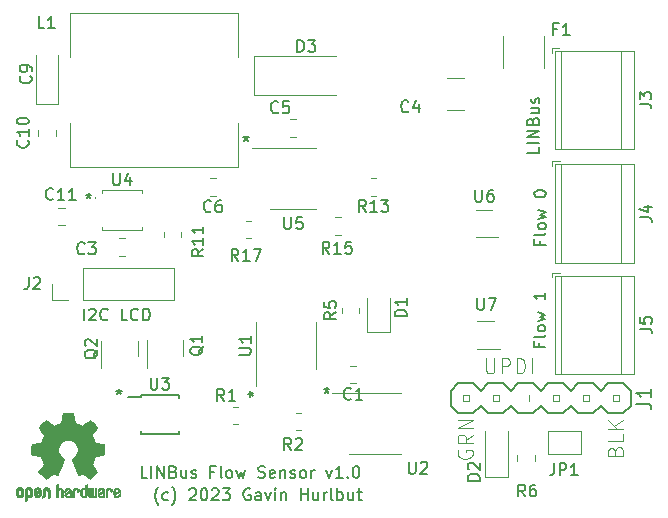
<source format=gbr>
%TF.GenerationSoftware,KiCad,Pcbnew,6.0.11-2627ca5db0~126~ubuntu22.04.1*%
%TF.CreationDate,2023-02-18T04:23:51-05:00*%
%TF.ProjectId,lin-flow-sensor,6c696e2d-666c-46f7-972d-73656e736f72,1.0*%
%TF.SameCoordinates,Original*%
%TF.FileFunction,Legend,Top*%
%TF.FilePolarity,Positive*%
%FSLAX46Y46*%
G04 Gerber Fmt 4.6, Leading zero omitted, Abs format (unit mm)*
G04 Created by KiCad (PCBNEW 6.0.11-2627ca5db0~126~ubuntu22.04.1) date 2023-02-18 04:23:51*
%MOMM*%
%LPD*%
G01*
G04 APERTURE LIST*
%ADD10C,0.150000*%
%ADD11C,0.127000*%
%ADD12C,0.101600*%
%ADD13C,0.120000*%
%ADD14C,0.010000*%
%ADD15C,0.203200*%
%ADD16C,0.066040*%
G04 APERTURE END LIST*
D10*
X186860714Y-98527380D02*
X186384523Y-98527380D01*
X186384523Y-97527380D01*
X187194047Y-98527380D02*
X187194047Y-97527380D01*
X187670238Y-98527380D02*
X187670238Y-97527380D01*
X188241666Y-98527380D01*
X188241666Y-97527380D01*
X189051190Y-98003571D02*
X189194047Y-98051190D01*
X189241666Y-98098809D01*
X189289285Y-98194047D01*
X189289285Y-98336904D01*
X189241666Y-98432142D01*
X189194047Y-98479761D01*
X189098809Y-98527380D01*
X188717857Y-98527380D01*
X188717857Y-97527380D01*
X189051190Y-97527380D01*
X189146428Y-97575000D01*
X189194047Y-97622619D01*
X189241666Y-97717857D01*
X189241666Y-97813095D01*
X189194047Y-97908333D01*
X189146428Y-97955952D01*
X189051190Y-98003571D01*
X188717857Y-98003571D01*
X190146428Y-97860714D02*
X190146428Y-98527380D01*
X189717857Y-97860714D02*
X189717857Y-98384523D01*
X189765476Y-98479761D01*
X189860714Y-98527380D01*
X190003571Y-98527380D01*
X190098809Y-98479761D01*
X190146428Y-98432142D01*
X190575000Y-98479761D02*
X190670238Y-98527380D01*
X190860714Y-98527380D01*
X190955952Y-98479761D01*
X191003571Y-98384523D01*
X191003571Y-98336904D01*
X190955952Y-98241666D01*
X190860714Y-98194047D01*
X190717857Y-98194047D01*
X190622619Y-98146428D01*
X190575000Y-98051190D01*
X190575000Y-98003571D01*
X190622619Y-97908333D01*
X190717857Y-97860714D01*
X190860714Y-97860714D01*
X190955952Y-97908333D01*
X192527380Y-98003571D02*
X192194047Y-98003571D01*
X192194047Y-98527380D02*
X192194047Y-97527380D01*
X192670238Y-97527380D01*
X193194047Y-98527380D02*
X193098809Y-98479761D01*
X193051190Y-98384523D01*
X193051190Y-97527380D01*
X193717857Y-98527380D02*
X193622619Y-98479761D01*
X193575000Y-98432142D01*
X193527380Y-98336904D01*
X193527380Y-98051190D01*
X193575000Y-97955952D01*
X193622619Y-97908333D01*
X193717857Y-97860714D01*
X193860714Y-97860714D01*
X193955952Y-97908333D01*
X194003571Y-97955952D01*
X194051190Y-98051190D01*
X194051190Y-98336904D01*
X194003571Y-98432142D01*
X193955952Y-98479761D01*
X193860714Y-98527380D01*
X193717857Y-98527380D01*
X194384523Y-97860714D02*
X194575000Y-98527380D01*
X194765476Y-98051190D01*
X194955952Y-98527380D01*
X195146428Y-97860714D01*
X196241666Y-98479761D02*
X196384523Y-98527380D01*
X196622619Y-98527380D01*
X196717857Y-98479761D01*
X196765476Y-98432142D01*
X196813095Y-98336904D01*
X196813095Y-98241666D01*
X196765476Y-98146428D01*
X196717857Y-98098809D01*
X196622619Y-98051190D01*
X196432142Y-98003571D01*
X196336904Y-97955952D01*
X196289285Y-97908333D01*
X196241666Y-97813095D01*
X196241666Y-97717857D01*
X196289285Y-97622619D01*
X196336904Y-97575000D01*
X196432142Y-97527380D01*
X196670238Y-97527380D01*
X196813095Y-97575000D01*
X197622619Y-98479761D02*
X197527380Y-98527380D01*
X197336904Y-98527380D01*
X197241666Y-98479761D01*
X197194047Y-98384523D01*
X197194047Y-98003571D01*
X197241666Y-97908333D01*
X197336904Y-97860714D01*
X197527380Y-97860714D01*
X197622619Y-97908333D01*
X197670238Y-98003571D01*
X197670238Y-98098809D01*
X197194047Y-98194047D01*
X198098809Y-97860714D02*
X198098809Y-98527380D01*
X198098809Y-97955952D02*
X198146428Y-97908333D01*
X198241666Y-97860714D01*
X198384523Y-97860714D01*
X198479761Y-97908333D01*
X198527380Y-98003571D01*
X198527380Y-98527380D01*
X198955952Y-98479761D02*
X199051190Y-98527380D01*
X199241666Y-98527380D01*
X199336904Y-98479761D01*
X199384523Y-98384523D01*
X199384523Y-98336904D01*
X199336904Y-98241666D01*
X199241666Y-98194047D01*
X199098809Y-98194047D01*
X199003571Y-98146428D01*
X198955952Y-98051190D01*
X198955952Y-98003571D01*
X199003571Y-97908333D01*
X199098809Y-97860714D01*
X199241666Y-97860714D01*
X199336904Y-97908333D01*
X199955952Y-98527380D02*
X199860714Y-98479761D01*
X199813095Y-98432142D01*
X199765476Y-98336904D01*
X199765476Y-98051190D01*
X199813095Y-97955952D01*
X199860714Y-97908333D01*
X199955952Y-97860714D01*
X200098809Y-97860714D01*
X200194047Y-97908333D01*
X200241666Y-97955952D01*
X200289285Y-98051190D01*
X200289285Y-98336904D01*
X200241666Y-98432142D01*
X200194047Y-98479761D01*
X200098809Y-98527380D01*
X199955952Y-98527380D01*
X200717857Y-98527380D02*
X200717857Y-97860714D01*
X200717857Y-98051190D02*
X200765476Y-97955952D01*
X200813095Y-97908333D01*
X200908333Y-97860714D01*
X201003571Y-97860714D01*
X202003571Y-97860714D02*
X202241666Y-98527380D01*
X202479761Y-97860714D01*
X203384523Y-98527380D02*
X202813095Y-98527380D01*
X203098809Y-98527380D02*
X203098809Y-97527380D01*
X203003571Y-97670238D01*
X202908333Y-97765476D01*
X202813095Y-97813095D01*
X203813095Y-98432142D02*
X203860714Y-98479761D01*
X203813095Y-98527380D01*
X203765476Y-98479761D01*
X203813095Y-98432142D01*
X203813095Y-98527380D01*
X204479761Y-97527380D02*
X204575000Y-97527380D01*
X204670238Y-97575000D01*
X204717857Y-97622619D01*
X204765476Y-97717857D01*
X204813095Y-97908333D01*
X204813095Y-98146428D01*
X204765476Y-98336904D01*
X204717857Y-98432142D01*
X204670238Y-98479761D01*
X204575000Y-98527380D01*
X204479761Y-98527380D01*
X204384523Y-98479761D01*
X204336904Y-98432142D01*
X204289285Y-98336904D01*
X204241666Y-98146428D01*
X204241666Y-97908333D01*
X204289285Y-97717857D01*
X204336904Y-97622619D01*
X204384523Y-97575000D01*
X204479761Y-97527380D01*
X220027380Y-70509523D02*
X220027380Y-70985714D01*
X219027380Y-70985714D01*
X220027380Y-70176190D02*
X219027380Y-70176190D01*
X220027380Y-69700000D02*
X219027380Y-69700000D01*
X220027380Y-69128571D01*
X219027380Y-69128571D01*
X219503571Y-68319047D02*
X219551190Y-68176190D01*
X219598809Y-68128571D01*
X219694047Y-68080952D01*
X219836904Y-68080952D01*
X219932142Y-68128571D01*
X219979761Y-68176190D01*
X220027380Y-68271428D01*
X220027380Y-68652380D01*
X219027380Y-68652380D01*
X219027380Y-68319047D01*
X219075000Y-68223809D01*
X219122619Y-68176190D01*
X219217857Y-68128571D01*
X219313095Y-68128571D01*
X219408333Y-68176190D01*
X219455952Y-68223809D01*
X219503571Y-68319047D01*
X219503571Y-68652380D01*
X219360714Y-67223809D02*
X220027380Y-67223809D01*
X219360714Y-67652380D02*
X219884523Y-67652380D01*
X219979761Y-67604761D01*
X220027380Y-67509523D01*
X220027380Y-67366666D01*
X219979761Y-67271428D01*
X219932142Y-67223809D01*
X219979761Y-66795238D02*
X220027380Y-66700000D01*
X220027380Y-66509523D01*
X219979761Y-66414285D01*
X219884523Y-66366666D01*
X219836904Y-66366666D01*
X219741666Y-66414285D01*
X219694047Y-66509523D01*
X219694047Y-66652380D01*
X219646428Y-66747619D01*
X219551190Y-66795238D01*
X219503571Y-66795238D01*
X219408333Y-66747619D01*
X219360714Y-66652380D01*
X219360714Y-66509523D01*
X219408333Y-66414285D01*
X181488095Y-85202380D02*
X181488095Y-84202380D01*
X181916666Y-84297619D02*
X181964285Y-84250000D01*
X182059523Y-84202380D01*
X182297619Y-84202380D01*
X182392857Y-84250000D01*
X182440476Y-84297619D01*
X182488095Y-84392857D01*
X182488095Y-84488095D01*
X182440476Y-84630952D01*
X181869047Y-85202380D01*
X182488095Y-85202380D01*
X183488095Y-85107142D02*
X183440476Y-85154761D01*
X183297619Y-85202380D01*
X183202380Y-85202380D01*
X183059523Y-85154761D01*
X182964285Y-85059523D01*
X182916666Y-84964285D01*
X182869047Y-84773809D01*
X182869047Y-84630952D01*
X182916666Y-84440476D01*
X182964285Y-84345238D01*
X183059523Y-84250000D01*
X183202380Y-84202380D01*
X183297619Y-84202380D01*
X183440476Y-84250000D01*
X183488095Y-84297619D01*
X185154761Y-85202380D02*
X184678571Y-85202380D01*
X184678571Y-84202380D01*
X186059523Y-85107142D02*
X186011904Y-85154761D01*
X185869047Y-85202380D01*
X185773809Y-85202380D01*
X185630952Y-85154761D01*
X185535714Y-85059523D01*
X185488095Y-84964285D01*
X185440476Y-84773809D01*
X185440476Y-84630952D01*
X185488095Y-84440476D01*
X185535714Y-84345238D01*
X185630952Y-84250000D01*
X185773809Y-84202380D01*
X185869047Y-84202380D01*
X186011904Y-84250000D01*
X186059523Y-84297619D01*
X186488095Y-85202380D02*
X186488095Y-84202380D01*
X186726190Y-84202380D01*
X186869047Y-84250000D01*
X186964285Y-84345238D01*
X187011904Y-84440476D01*
X187059523Y-84630952D01*
X187059523Y-84773809D01*
X187011904Y-84964285D01*
X186964285Y-85059523D01*
X186869047Y-85154761D01*
X186726190Y-85202380D01*
X186488095Y-85202380D01*
X187794047Y-100808333D02*
X187746428Y-100760714D01*
X187651190Y-100617857D01*
X187603571Y-100522619D01*
X187555952Y-100379761D01*
X187508333Y-100141666D01*
X187508333Y-99951190D01*
X187555952Y-99713095D01*
X187603571Y-99570238D01*
X187651190Y-99475000D01*
X187746428Y-99332142D01*
X187794047Y-99284523D01*
X188603571Y-100379761D02*
X188508333Y-100427380D01*
X188317857Y-100427380D01*
X188222619Y-100379761D01*
X188175000Y-100332142D01*
X188127380Y-100236904D01*
X188127380Y-99951190D01*
X188175000Y-99855952D01*
X188222619Y-99808333D01*
X188317857Y-99760714D01*
X188508333Y-99760714D01*
X188603571Y-99808333D01*
X188936904Y-100808333D02*
X188984523Y-100760714D01*
X189079761Y-100617857D01*
X189127380Y-100522619D01*
X189175000Y-100379761D01*
X189222619Y-100141666D01*
X189222619Y-99951190D01*
X189175000Y-99713095D01*
X189127380Y-99570238D01*
X189079761Y-99475000D01*
X188984523Y-99332142D01*
X188936904Y-99284523D01*
X190413095Y-99522619D02*
X190460714Y-99475000D01*
X190555952Y-99427380D01*
X190794047Y-99427380D01*
X190889285Y-99475000D01*
X190936904Y-99522619D01*
X190984523Y-99617857D01*
X190984523Y-99713095D01*
X190936904Y-99855952D01*
X190365476Y-100427380D01*
X190984523Y-100427380D01*
X191603571Y-99427380D02*
X191698809Y-99427380D01*
X191794047Y-99475000D01*
X191841666Y-99522619D01*
X191889285Y-99617857D01*
X191936904Y-99808333D01*
X191936904Y-100046428D01*
X191889285Y-100236904D01*
X191841666Y-100332142D01*
X191794047Y-100379761D01*
X191698809Y-100427380D01*
X191603571Y-100427380D01*
X191508333Y-100379761D01*
X191460714Y-100332142D01*
X191413095Y-100236904D01*
X191365476Y-100046428D01*
X191365476Y-99808333D01*
X191413095Y-99617857D01*
X191460714Y-99522619D01*
X191508333Y-99475000D01*
X191603571Y-99427380D01*
X192317857Y-99522619D02*
X192365476Y-99475000D01*
X192460714Y-99427380D01*
X192698809Y-99427380D01*
X192794047Y-99475000D01*
X192841666Y-99522619D01*
X192889285Y-99617857D01*
X192889285Y-99713095D01*
X192841666Y-99855952D01*
X192270238Y-100427380D01*
X192889285Y-100427380D01*
X193222619Y-99427380D02*
X193841666Y-99427380D01*
X193508333Y-99808333D01*
X193651190Y-99808333D01*
X193746428Y-99855952D01*
X193794047Y-99903571D01*
X193841666Y-99998809D01*
X193841666Y-100236904D01*
X193794047Y-100332142D01*
X193746428Y-100379761D01*
X193651190Y-100427380D01*
X193365476Y-100427380D01*
X193270238Y-100379761D01*
X193222619Y-100332142D01*
X195555952Y-99475000D02*
X195460714Y-99427380D01*
X195317857Y-99427380D01*
X195175000Y-99475000D01*
X195079761Y-99570238D01*
X195032142Y-99665476D01*
X194984523Y-99855952D01*
X194984523Y-99998809D01*
X195032142Y-100189285D01*
X195079761Y-100284523D01*
X195175000Y-100379761D01*
X195317857Y-100427380D01*
X195413095Y-100427380D01*
X195555952Y-100379761D01*
X195603571Y-100332142D01*
X195603571Y-99998809D01*
X195413095Y-99998809D01*
X196460714Y-100427380D02*
X196460714Y-99903571D01*
X196413095Y-99808333D01*
X196317857Y-99760714D01*
X196127380Y-99760714D01*
X196032142Y-99808333D01*
X196460714Y-100379761D02*
X196365476Y-100427380D01*
X196127380Y-100427380D01*
X196032142Y-100379761D01*
X195984523Y-100284523D01*
X195984523Y-100189285D01*
X196032142Y-100094047D01*
X196127380Y-100046428D01*
X196365476Y-100046428D01*
X196460714Y-99998809D01*
X196841666Y-99760714D02*
X197079761Y-100427380D01*
X197317857Y-99760714D01*
X197698809Y-100427380D02*
X197698809Y-99760714D01*
X197698809Y-99427380D02*
X197651190Y-99475000D01*
X197698809Y-99522619D01*
X197746428Y-99475000D01*
X197698809Y-99427380D01*
X197698809Y-99522619D01*
X198175000Y-99760714D02*
X198175000Y-100427380D01*
X198175000Y-99855952D02*
X198222619Y-99808333D01*
X198317857Y-99760714D01*
X198460714Y-99760714D01*
X198555952Y-99808333D01*
X198603571Y-99903571D01*
X198603571Y-100427380D01*
X199841666Y-100427380D02*
X199841666Y-99427380D01*
X199841666Y-99903571D02*
X200413095Y-99903571D01*
X200413095Y-100427380D02*
X200413095Y-99427380D01*
X201317857Y-99760714D02*
X201317857Y-100427380D01*
X200889285Y-99760714D02*
X200889285Y-100284523D01*
X200936904Y-100379761D01*
X201032142Y-100427380D01*
X201175000Y-100427380D01*
X201270238Y-100379761D01*
X201317857Y-100332142D01*
X201794047Y-100427380D02*
X201794047Y-99760714D01*
X201794047Y-99951190D02*
X201841666Y-99855952D01*
X201889285Y-99808333D01*
X201984523Y-99760714D01*
X202079761Y-99760714D01*
X202555952Y-100427380D02*
X202460714Y-100379761D01*
X202413095Y-100284523D01*
X202413095Y-99427380D01*
X202936904Y-100427380D02*
X202936904Y-99427380D01*
X202936904Y-99808333D02*
X203032142Y-99760714D01*
X203222619Y-99760714D01*
X203317857Y-99808333D01*
X203365476Y-99855952D01*
X203413095Y-99951190D01*
X203413095Y-100236904D01*
X203365476Y-100332142D01*
X203317857Y-100379761D01*
X203222619Y-100427380D01*
X203032142Y-100427380D01*
X202936904Y-100379761D01*
X204270238Y-99760714D02*
X204270238Y-100427380D01*
X203841666Y-99760714D02*
X203841666Y-100284523D01*
X203889285Y-100379761D01*
X203984523Y-100427380D01*
X204127380Y-100427380D01*
X204222619Y-100379761D01*
X204270238Y-100332142D01*
X204603571Y-99760714D02*
X204984523Y-99760714D01*
X204746428Y-99427380D02*
X204746428Y-100284523D01*
X204794047Y-100379761D01*
X204889285Y-100427380D01*
X204984523Y-100427380D01*
%TO.C,C1*%
X204095833Y-91812142D02*
X204048214Y-91859761D01*
X203905357Y-91907380D01*
X203810119Y-91907380D01*
X203667261Y-91859761D01*
X203572023Y-91764523D01*
X203524404Y-91669285D01*
X203476785Y-91478809D01*
X203476785Y-91335952D01*
X203524404Y-91145476D01*
X203572023Y-91050238D01*
X203667261Y-90955000D01*
X203810119Y-90907380D01*
X203905357Y-90907380D01*
X204048214Y-90955000D01*
X204095833Y-91002619D01*
X205048214Y-91907380D02*
X204476785Y-91907380D01*
X204762500Y-91907380D02*
X204762500Y-90907380D01*
X204667261Y-91050238D01*
X204572023Y-91145476D01*
X204476785Y-91193095D01*
%TO.C,U7*%
X214788095Y-83302380D02*
X214788095Y-84111904D01*
X214835714Y-84207142D01*
X214883333Y-84254761D01*
X214978571Y-84302380D01*
X215169047Y-84302380D01*
X215264285Y-84254761D01*
X215311904Y-84207142D01*
X215359523Y-84111904D01*
X215359523Y-83302380D01*
X215740476Y-83302380D02*
X216407142Y-83302380D01*
X215978571Y-84302380D01*
%TO.C,U6*%
X214613095Y-74152380D02*
X214613095Y-74961904D01*
X214660714Y-75057142D01*
X214708333Y-75104761D01*
X214803571Y-75152380D01*
X214994047Y-75152380D01*
X215089285Y-75104761D01*
X215136904Y-75057142D01*
X215184523Y-74961904D01*
X215184523Y-74152380D01*
X216089285Y-74152380D02*
X215898809Y-74152380D01*
X215803571Y-74200000D01*
X215755952Y-74247619D01*
X215660714Y-74390476D01*
X215613095Y-74580952D01*
X215613095Y-74961904D01*
X215660714Y-75057142D01*
X215708333Y-75104761D01*
X215803571Y-75152380D01*
X215994047Y-75152380D01*
X216089285Y-75104761D01*
X216136904Y-75057142D01*
X216184523Y-74961904D01*
X216184523Y-74723809D01*
X216136904Y-74628571D01*
X216089285Y-74580952D01*
X215994047Y-74533333D01*
X215803571Y-74533333D01*
X215708333Y-74580952D01*
X215660714Y-74628571D01*
X215613095Y-74723809D01*
%TO.C,J5*%
X228547380Y-85898333D02*
X229261666Y-85898333D01*
X229404523Y-85945952D01*
X229499761Y-86041190D01*
X229547380Y-86184047D01*
X229547380Y-86279285D01*
X228547380Y-84945952D02*
X228547380Y-85422142D01*
X229023571Y-85469761D01*
X228975952Y-85422142D01*
X228928333Y-85326904D01*
X228928333Y-85088809D01*
X228975952Y-84993571D01*
X229023571Y-84945952D01*
X229118809Y-84898333D01*
X229356904Y-84898333D01*
X229452142Y-84945952D01*
X229499761Y-84993571D01*
X229547380Y-85088809D01*
X229547380Y-85326904D01*
X229499761Y-85422142D01*
X229452142Y-85469761D01*
X220028571Y-87127380D02*
X220028571Y-87460714D01*
X220552380Y-87460714D02*
X219552380Y-87460714D01*
X219552380Y-86984523D01*
X220552380Y-86460714D02*
X220504761Y-86555952D01*
X220409523Y-86603571D01*
X219552380Y-86603571D01*
X220552380Y-85936904D02*
X220504761Y-86032142D01*
X220457142Y-86079761D01*
X220361904Y-86127380D01*
X220076190Y-86127380D01*
X219980952Y-86079761D01*
X219933333Y-86032142D01*
X219885714Y-85936904D01*
X219885714Y-85794047D01*
X219933333Y-85698809D01*
X219980952Y-85651190D01*
X220076190Y-85603571D01*
X220361904Y-85603571D01*
X220457142Y-85651190D01*
X220504761Y-85698809D01*
X220552380Y-85794047D01*
X220552380Y-85936904D01*
X219885714Y-85270238D02*
X220552380Y-85079761D01*
X220076190Y-84889285D01*
X220552380Y-84698809D01*
X219885714Y-84508333D01*
X220552380Y-82841666D02*
X220552380Y-83413095D01*
X220552380Y-83127380D02*
X219552380Y-83127380D01*
X219695238Y-83222619D01*
X219790476Y-83317857D01*
X219838095Y-83413095D01*
%TO.C,J4*%
X228547380Y-76473333D02*
X229261666Y-76473333D01*
X229404523Y-76520952D01*
X229499761Y-76616190D01*
X229547380Y-76759047D01*
X229547380Y-76854285D01*
X228880714Y-75568571D02*
X229547380Y-75568571D01*
X228499761Y-75806666D02*
X229214047Y-76044761D01*
X229214047Y-75425714D01*
X220078571Y-78477380D02*
X220078571Y-78810714D01*
X220602380Y-78810714D02*
X219602380Y-78810714D01*
X219602380Y-78334523D01*
X220602380Y-77810714D02*
X220554761Y-77905952D01*
X220459523Y-77953571D01*
X219602380Y-77953571D01*
X220602380Y-77286904D02*
X220554761Y-77382142D01*
X220507142Y-77429761D01*
X220411904Y-77477380D01*
X220126190Y-77477380D01*
X220030952Y-77429761D01*
X219983333Y-77382142D01*
X219935714Y-77286904D01*
X219935714Y-77144047D01*
X219983333Y-77048809D01*
X220030952Y-77001190D01*
X220126190Y-76953571D01*
X220411904Y-76953571D01*
X220507142Y-77001190D01*
X220554761Y-77048809D01*
X220602380Y-77144047D01*
X220602380Y-77286904D01*
X219935714Y-76620238D02*
X220602380Y-76429761D01*
X220126190Y-76239285D01*
X220602380Y-76048809D01*
X219935714Y-75858333D01*
X219602380Y-74525000D02*
X219602380Y-74429761D01*
X219650000Y-74334523D01*
X219697619Y-74286904D01*
X219792857Y-74239285D01*
X219983333Y-74191666D01*
X220221428Y-74191666D01*
X220411904Y-74239285D01*
X220507142Y-74286904D01*
X220554761Y-74334523D01*
X220602380Y-74429761D01*
X220602380Y-74525000D01*
X220554761Y-74620238D01*
X220507142Y-74667857D01*
X220411904Y-74715476D01*
X220221428Y-74763095D01*
X219983333Y-74763095D01*
X219792857Y-74715476D01*
X219697619Y-74667857D01*
X219650000Y-74620238D01*
X219602380Y-74525000D01*
%TO.C,R13*%
X205357142Y-76002380D02*
X205023809Y-75526190D01*
X204785714Y-76002380D02*
X204785714Y-75002380D01*
X205166666Y-75002380D01*
X205261904Y-75050000D01*
X205309523Y-75097619D01*
X205357142Y-75192857D01*
X205357142Y-75335714D01*
X205309523Y-75430952D01*
X205261904Y-75478571D01*
X205166666Y-75526190D01*
X204785714Y-75526190D01*
X206309523Y-76002380D02*
X205738095Y-76002380D01*
X206023809Y-76002380D02*
X206023809Y-75002380D01*
X205928571Y-75145238D01*
X205833333Y-75240476D01*
X205738095Y-75288095D01*
X206642857Y-75002380D02*
X207261904Y-75002380D01*
X206928571Y-75383333D01*
X207071428Y-75383333D01*
X207166666Y-75430952D01*
X207214285Y-75478571D01*
X207261904Y-75573809D01*
X207261904Y-75811904D01*
X207214285Y-75907142D01*
X207166666Y-75954761D01*
X207071428Y-76002380D01*
X206785714Y-76002380D01*
X206690476Y-75954761D01*
X206642857Y-75907142D01*
%TO.C,C10*%
X176707142Y-69942857D02*
X176754761Y-69990476D01*
X176802380Y-70133333D01*
X176802380Y-70228571D01*
X176754761Y-70371428D01*
X176659523Y-70466666D01*
X176564285Y-70514285D01*
X176373809Y-70561904D01*
X176230952Y-70561904D01*
X176040476Y-70514285D01*
X175945238Y-70466666D01*
X175850000Y-70371428D01*
X175802380Y-70228571D01*
X175802380Y-70133333D01*
X175850000Y-69990476D01*
X175897619Y-69942857D01*
X176802380Y-68990476D02*
X176802380Y-69561904D01*
X176802380Y-69276190D02*
X175802380Y-69276190D01*
X175945238Y-69371428D01*
X176040476Y-69466666D01*
X176088095Y-69561904D01*
X175802380Y-68371428D02*
X175802380Y-68276190D01*
X175850000Y-68180952D01*
X175897619Y-68133333D01*
X175992857Y-68085714D01*
X176183333Y-68038095D01*
X176421428Y-68038095D01*
X176611904Y-68085714D01*
X176707142Y-68133333D01*
X176754761Y-68180952D01*
X176802380Y-68276190D01*
X176802380Y-68371428D01*
X176754761Y-68466666D01*
X176707142Y-68514285D01*
X176611904Y-68561904D01*
X176421428Y-68609523D01*
X176183333Y-68609523D01*
X175992857Y-68561904D01*
X175897619Y-68514285D01*
X175850000Y-68466666D01*
X175802380Y-68371428D01*
%TO.C,R6*%
X218833333Y-100102380D02*
X218500000Y-99626190D01*
X218261904Y-100102380D02*
X218261904Y-99102380D01*
X218642857Y-99102380D01*
X218738095Y-99150000D01*
X218785714Y-99197619D01*
X218833333Y-99292857D01*
X218833333Y-99435714D01*
X218785714Y-99530952D01*
X218738095Y-99578571D01*
X218642857Y-99626190D01*
X218261904Y-99626190D01*
X219690476Y-99102380D02*
X219500000Y-99102380D01*
X219404761Y-99150000D01*
X219357142Y-99197619D01*
X219261904Y-99340476D01*
X219214285Y-99530952D01*
X219214285Y-99911904D01*
X219261904Y-100007142D01*
X219309523Y-100054761D01*
X219404761Y-100102380D01*
X219595238Y-100102380D01*
X219690476Y-100054761D01*
X219738095Y-100007142D01*
X219785714Y-99911904D01*
X219785714Y-99673809D01*
X219738095Y-99578571D01*
X219690476Y-99530952D01*
X219595238Y-99483333D01*
X219404761Y-99483333D01*
X219309523Y-99530952D01*
X219261904Y-99578571D01*
X219214285Y-99673809D01*
%TO.C,F1*%
X221566666Y-60528571D02*
X221233333Y-60528571D01*
X221233333Y-61052380D02*
X221233333Y-60052380D01*
X221709523Y-60052380D01*
X222614285Y-61052380D02*
X222042857Y-61052380D01*
X222328571Y-61052380D02*
X222328571Y-60052380D01*
X222233333Y-60195238D01*
X222138095Y-60290476D01*
X222042857Y-60338095D01*
%TO.C,D3*%
X199561904Y-62452380D02*
X199561904Y-61452380D01*
X199800000Y-61452380D01*
X199942857Y-61500000D01*
X200038095Y-61595238D01*
X200085714Y-61690476D01*
X200133333Y-61880952D01*
X200133333Y-62023809D01*
X200085714Y-62214285D01*
X200038095Y-62309523D01*
X199942857Y-62404761D01*
X199800000Y-62452380D01*
X199561904Y-62452380D01*
X200466666Y-61452380D02*
X201085714Y-61452380D01*
X200752380Y-61833333D01*
X200895238Y-61833333D01*
X200990476Y-61880952D01*
X201038095Y-61928571D01*
X201085714Y-62023809D01*
X201085714Y-62261904D01*
X201038095Y-62357142D01*
X200990476Y-62404761D01*
X200895238Y-62452380D01*
X200609523Y-62452380D01*
X200514285Y-62404761D01*
X200466666Y-62357142D01*
%TO.C,C11*%
X178882142Y-74907142D02*
X178834523Y-74954761D01*
X178691666Y-75002380D01*
X178596428Y-75002380D01*
X178453571Y-74954761D01*
X178358333Y-74859523D01*
X178310714Y-74764285D01*
X178263095Y-74573809D01*
X178263095Y-74430952D01*
X178310714Y-74240476D01*
X178358333Y-74145238D01*
X178453571Y-74050000D01*
X178596428Y-74002380D01*
X178691666Y-74002380D01*
X178834523Y-74050000D01*
X178882142Y-74097619D01*
X179834523Y-75002380D02*
X179263095Y-75002380D01*
X179548809Y-75002380D02*
X179548809Y-74002380D01*
X179453571Y-74145238D01*
X179358333Y-74240476D01*
X179263095Y-74288095D01*
X180786904Y-75002380D02*
X180215476Y-75002380D01*
X180501190Y-75002380D02*
X180501190Y-74002380D01*
X180405952Y-74145238D01*
X180310714Y-74240476D01*
X180215476Y-74288095D01*
%TO.C,C5*%
X197933333Y-67557142D02*
X197885714Y-67604761D01*
X197742857Y-67652380D01*
X197647619Y-67652380D01*
X197504761Y-67604761D01*
X197409523Y-67509523D01*
X197361904Y-67414285D01*
X197314285Y-67223809D01*
X197314285Y-67080952D01*
X197361904Y-66890476D01*
X197409523Y-66795238D01*
X197504761Y-66700000D01*
X197647619Y-66652380D01*
X197742857Y-66652380D01*
X197885714Y-66700000D01*
X197933333Y-66747619D01*
X198838095Y-66652380D02*
X198361904Y-66652380D01*
X198314285Y-67128571D01*
X198361904Y-67080952D01*
X198457142Y-67033333D01*
X198695238Y-67033333D01*
X198790476Y-67080952D01*
X198838095Y-67128571D01*
X198885714Y-67223809D01*
X198885714Y-67461904D01*
X198838095Y-67557142D01*
X198790476Y-67604761D01*
X198695238Y-67652380D01*
X198457142Y-67652380D01*
X198361904Y-67604761D01*
X198314285Y-67557142D01*
%TO.C,C9*%
X176957142Y-64516666D02*
X177004761Y-64564285D01*
X177052380Y-64707142D01*
X177052380Y-64802380D01*
X177004761Y-64945238D01*
X176909523Y-65040476D01*
X176814285Y-65088095D01*
X176623809Y-65135714D01*
X176480952Y-65135714D01*
X176290476Y-65088095D01*
X176195238Y-65040476D01*
X176100000Y-64945238D01*
X176052380Y-64802380D01*
X176052380Y-64707142D01*
X176100000Y-64564285D01*
X176147619Y-64516666D01*
X177052380Y-64040476D02*
X177052380Y-63850000D01*
X177004761Y-63754761D01*
X176957142Y-63707142D01*
X176814285Y-63611904D01*
X176623809Y-63564285D01*
X176242857Y-63564285D01*
X176147619Y-63611904D01*
X176100000Y-63659523D01*
X176052380Y-63754761D01*
X176052380Y-63945238D01*
X176100000Y-64040476D01*
X176147619Y-64088095D01*
X176242857Y-64135714D01*
X176480952Y-64135714D01*
X176576190Y-64088095D01*
X176623809Y-64040476D01*
X176671428Y-63945238D01*
X176671428Y-63754761D01*
X176623809Y-63659523D01*
X176576190Y-63611904D01*
X176480952Y-63564285D01*
%TO.C,J2*%
X176791666Y-81552380D02*
X176791666Y-82266666D01*
X176744047Y-82409523D01*
X176648809Y-82504761D01*
X176505952Y-82552380D01*
X176410714Y-82552380D01*
X177220238Y-81647619D02*
X177267857Y-81600000D01*
X177363095Y-81552380D01*
X177601190Y-81552380D01*
X177696428Y-81600000D01*
X177744047Y-81647619D01*
X177791666Y-81742857D01*
X177791666Y-81838095D01*
X177744047Y-81980952D01*
X177172619Y-82552380D01*
X177791666Y-82552380D01*
%TO.C,U1*%
X194627380Y-88086904D02*
X195436904Y-88086904D01*
X195532142Y-88039285D01*
X195579761Y-87991666D01*
X195627380Y-87896428D01*
X195627380Y-87705952D01*
X195579761Y-87610714D01*
X195532142Y-87563095D01*
X195436904Y-87515476D01*
X194627380Y-87515476D01*
X195627380Y-86515476D02*
X195627380Y-87086904D01*
X195627380Y-86801190D02*
X194627380Y-86801190D01*
X194770238Y-86896428D01*
X194865476Y-86991666D01*
X194913095Y-87086904D01*
X195402380Y-91450000D02*
X195640476Y-91450000D01*
X195545238Y-91688095D02*
X195640476Y-91450000D01*
X195545238Y-91211904D01*
X195830952Y-91592857D02*
X195640476Y-91450000D01*
X195830952Y-91307142D01*
%TO.C,Q1*%
X191572619Y-87395238D02*
X191525000Y-87490476D01*
X191429761Y-87585714D01*
X191286904Y-87728571D01*
X191239285Y-87823809D01*
X191239285Y-87919047D01*
X191477380Y-87871428D02*
X191429761Y-87966666D01*
X191334523Y-88061904D01*
X191144047Y-88109523D01*
X190810714Y-88109523D01*
X190620238Y-88061904D01*
X190525000Y-87966666D01*
X190477380Y-87871428D01*
X190477380Y-87680952D01*
X190525000Y-87585714D01*
X190620238Y-87490476D01*
X190810714Y-87442857D01*
X191144047Y-87442857D01*
X191334523Y-87490476D01*
X191429761Y-87585714D01*
X191477380Y-87680952D01*
X191477380Y-87871428D01*
X191477380Y-86490476D02*
X191477380Y-87061904D01*
X191477380Y-86776190D02*
X190477380Y-86776190D01*
X190620238Y-86871428D01*
X190715476Y-86966666D01*
X190763095Y-87061904D01*
%TO.C,C3*%
X181533333Y-79507142D02*
X181485714Y-79554761D01*
X181342857Y-79602380D01*
X181247619Y-79602380D01*
X181104761Y-79554761D01*
X181009523Y-79459523D01*
X180961904Y-79364285D01*
X180914285Y-79173809D01*
X180914285Y-79030952D01*
X180961904Y-78840476D01*
X181009523Y-78745238D01*
X181104761Y-78650000D01*
X181247619Y-78602380D01*
X181342857Y-78602380D01*
X181485714Y-78650000D01*
X181533333Y-78697619D01*
X181866666Y-78602380D02*
X182485714Y-78602380D01*
X182152380Y-78983333D01*
X182295238Y-78983333D01*
X182390476Y-79030952D01*
X182438095Y-79078571D01*
X182485714Y-79173809D01*
X182485714Y-79411904D01*
X182438095Y-79507142D01*
X182390476Y-79554761D01*
X182295238Y-79602380D01*
X182009523Y-79602380D01*
X181914285Y-79554761D01*
X181866666Y-79507142D01*
%TO.C,U2*%
X208988095Y-97177380D02*
X208988095Y-97986904D01*
X209035714Y-98082142D01*
X209083333Y-98129761D01*
X209178571Y-98177380D01*
X209369047Y-98177380D01*
X209464285Y-98129761D01*
X209511904Y-98082142D01*
X209559523Y-97986904D01*
X209559523Y-97177380D01*
X209988095Y-97272619D02*
X210035714Y-97225000D01*
X210130952Y-97177380D01*
X210369047Y-97177380D01*
X210464285Y-97225000D01*
X210511904Y-97272619D01*
X210559523Y-97367857D01*
X210559523Y-97463095D01*
X210511904Y-97605952D01*
X209940476Y-98177380D01*
X210559523Y-98177380D01*
X202025000Y-90877380D02*
X202025000Y-91115476D01*
X201786904Y-91020238D02*
X202025000Y-91115476D01*
X202263095Y-91020238D01*
X201882142Y-91305952D02*
X202025000Y-91115476D01*
X202167857Y-91305952D01*
%TO.C,C6*%
X192233333Y-75937142D02*
X192185714Y-75984761D01*
X192042857Y-76032380D01*
X191947619Y-76032380D01*
X191804761Y-75984761D01*
X191709523Y-75889523D01*
X191661904Y-75794285D01*
X191614285Y-75603809D01*
X191614285Y-75460952D01*
X191661904Y-75270476D01*
X191709523Y-75175238D01*
X191804761Y-75080000D01*
X191947619Y-75032380D01*
X192042857Y-75032380D01*
X192185714Y-75080000D01*
X192233333Y-75127619D01*
X193090476Y-75032380D02*
X192900000Y-75032380D01*
X192804761Y-75080000D01*
X192757142Y-75127619D01*
X192661904Y-75270476D01*
X192614285Y-75460952D01*
X192614285Y-75841904D01*
X192661904Y-75937142D01*
X192709523Y-75984761D01*
X192804761Y-76032380D01*
X192995238Y-76032380D01*
X193090476Y-75984761D01*
X193138095Y-75937142D01*
X193185714Y-75841904D01*
X193185714Y-75603809D01*
X193138095Y-75508571D01*
X193090476Y-75460952D01*
X192995238Y-75413333D01*
X192804761Y-75413333D01*
X192709523Y-75460952D01*
X192661904Y-75508571D01*
X192614285Y-75603809D01*
%TO.C,C4*%
X208958333Y-67482142D02*
X208910714Y-67529761D01*
X208767857Y-67577380D01*
X208672619Y-67577380D01*
X208529761Y-67529761D01*
X208434523Y-67434523D01*
X208386904Y-67339285D01*
X208339285Y-67148809D01*
X208339285Y-67005952D01*
X208386904Y-66815476D01*
X208434523Y-66720238D01*
X208529761Y-66625000D01*
X208672619Y-66577380D01*
X208767857Y-66577380D01*
X208910714Y-66625000D01*
X208958333Y-66672619D01*
X209815476Y-66910714D02*
X209815476Y-67577380D01*
X209577380Y-66529761D02*
X209339285Y-67244047D01*
X209958333Y-67244047D01*
%TO.C,R1*%
X193358333Y-92002380D02*
X193025000Y-91526190D01*
X192786904Y-92002380D02*
X192786904Y-91002380D01*
X193167857Y-91002380D01*
X193263095Y-91050000D01*
X193310714Y-91097619D01*
X193358333Y-91192857D01*
X193358333Y-91335714D01*
X193310714Y-91430952D01*
X193263095Y-91478571D01*
X193167857Y-91526190D01*
X192786904Y-91526190D01*
X194310714Y-92002380D02*
X193739285Y-92002380D01*
X194025000Y-92002380D02*
X194025000Y-91002380D01*
X193929761Y-91145238D01*
X193834523Y-91240476D01*
X193739285Y-91288095D01*
%TO.C,R5*%
X202827380Y-84516666D02*
X202351190Y-84850000D01*
X202827380Y-85088095D02*
X201827380Y-85088095D01*
X201827380Y-84707142D01*
X201875000Y-84611904D01*
X201922619Y-84564285D01*
X202017857Y-84516666D01*
X202160714Y-84516666D01*
X202255952Y-84564285D01*
X202303571Y-84611904D01*
X202351190Y-84707142D01*
X202351190Y-85088095D01*
X201827380Y-83611904D02*
X201827380Y-84088095D01*
X202303571Y-84135714D01*
X202255952Y-84088095D01*
X202208333Y-83992857D01*
X202208333Y-83754761D01*
X202255952Y-83659523D01*
X202303571Y-83611904D01*
X202398809Y-83564285D01*
X202636904Y-83564285D01*
X202732142Y-83611904D01*
X202779761Y-83659523D01*
X202827380Y-83754761D01*
X202827380Y-83992857D01*
X202779761Y-84088095D01*
X202732142Y-84135714D01*
%TO.C,U3*%
X187138095Y-90052380D02*
X187138095Y-90861904D01*
X187185714Y-90957142D01*
X187233333Y-91004761D01*
X187328571Y-91052380D01*
X187519047Y-91052380D01*
X187614285Y-91004761D01*
X187661904Y-90957142D01*
X187709523Y-90861904D01*
X187709523Y-90052380D01*
X188090476Y-90052380D02*
X188709523Y-90052380D01*
X188376190Y-90433333D01*
X188519047Y-90433333D01*
X188614285Y-90480952D01*
X188661904Y-90528571D01*
X188709523Y-90623809D01*
X188709523Y-90861904D01*
X188661904Y-90957142D01*
X188614285Y-91004761D01*
X188519047Y-91052380D01*
X188233333Y-91052380D01*
X188138095Y-91004761D01*
X188090476Y-90957142D01*
X184450000Y-91002380D02*
X184450000Y-91240476D01*
X184211904Y-91145238D02*
X184450000Y-91240476D01*
X184688095Y-91145238D01*
X184307142Y-91430952D02*
X184450000Y-91240476D01*
X184592857Y-91430952D01*
%TO.C,R17*%
X194557142Y-80152380D02*
X194223809Y-79676190D01*
X193985714Y-80152380D02*
X193985714Y-79152380D01*
X194366666Y-79152380D01*
X194461904Y-79200000D01*
X194509523Y-79247619D01*
X194557142Y-79342857D01*
X194557142Y-79485714D01*
X194509523Y-79580952D01*
X194461904Y-79628571D01*
X194366666Y-79676190D01*
X193985714Y-79676190D01*
X195509523Y-80152380D02*
X194938095Y-80152380D01*
X195223809Y-80152380D02*
X195223809Y-79152380D01*
X195128571Y-79295238D01*
X195033333Y-79390476D01*
X194938095Y-79438095D01*
X195842857Y-79152380D02*
X196509523Y-79152380D01*
X196080952Y-80152380D01*
%TO.C,L1*%
X178133333Y-60452380D02*
X177657142Y-60452380D01*
X177657142Y-59452380D01*
X178990476Y-60452380D02*
X178419047Y-60452380D01*
X178704761Y-60452380D02*
X178704761Y-59452380D01*
X178609523Y-59595238D01*
X178514285Y-59690476D01*
X178419047Y-59738095D01*
%TO.C,R11*%
X191602380Y-79167857D02*
X191126190Y-79501190D01*
X191602380Y-79739285D02*
X190602380Y-79739285D01*
X190602380Y-79358333D01*
X190650000Y-79263095D01*
X190697619Y-79215476D01*
X190792857Y-79167857D01*
X190935714Y-79167857D01*
X191030952Y-79215476D01*
X191078571Y-79263095D01*
X191126190Y-79358333D01*
X191126190Y-79739285D01*
X191602380Y-78215476D02*
X191602380Y-78786904D01*
X191602380Y-78501190D02*
X190602380Y-78501190D01*
X190745238Y-78596428D01*
X190840476Y-78691666D01*
X190888095Y-78786904D01*
X191602380Y-77263095D02*
X191602380Y-77834523D01*
X191602380Y-77548809D02*
X190602380Y-77548809D01*
X190745238Y-77644047D01*
X190840476Y-77739285D01*
X190888095Y-77834523D01*
%TO.C,JP1*%
X221291666Y-97302380D02*
X221291666Y-98016666D01*
X221244047Y-98159523D01*
X221148809Y-98254761D01*
X221005952Y-98302380D01*
X220910714Y-98302380D01*
X221767857Y-98302380D02*
X221767857Y-97302380D01*
X222148809Y-97302380D01*
X222244047Y-97350000D01*
X222291666Y-97397619D01*
X222339285Y-97492857D01*
X222339285Y-97635714D01*
X222291666Y-97730952D01*
X222244047Y-97778571D01*
X222148809Y-97826190D01*
X221767857Y-97826190D01*
X223291666Y-98302380D02*
X222720238Y-98302380D01*
X223005952Y-98302380D02*
X223005952Y-97302380D01*
X222910714Y-97445238D01*
X222815476Y-97540476D01*
X222720238Y-97588095D01*
%TO.C,D1*%
X208802380Y-84863095D02*
X207802380Y-84863095D01*
X207802380Y-84625000D01*
X207850000Y-84482142D01*
X207945238Y-84386904D01*
X208040476Y-84339285D01*
X208230952Y-84291666D01*
X208373809Y-84291666D01*
X208564285Y-84339285D01*
X208659523Y-84386904D01*
X208754761Y-84482142D01*
X208802380Y-84625000D01*
X208802380Y-84863095D01*
X208802380Y-83339285D02*
X208802380Y-83910714D01*
X208802380Y-83625000D02*
X207802380Y-83625000D01*
X207945238Y-83720238D01*
X208040476Y-83815476D01*
X208088095Y-83910714D01*
%TO.C,D2*%
X214977380Y-98763095D02*
X213977380Y-98763095D01*
X213977380Y-98525000D01*
X214025000Y-98382142D01*
X214120238Y-98286904D01*
X214215476Y-98239285D01*
X214405952Y-98191666D01*
X214548809Y-98191666D01*
X214739285Y-98239285D01*
X214834523Y-98286904D01*
X214929761Y-98382142D01*
X214977380Y-98525000D01*
X214977380Y-98763095D01*
X214072619Y-97810714D02*
X214025000Y-97763095D01*
X213977380Y-97667857D01*
X213977380Y-97429761D01*
X214025000Y-97334523D01*
X214072619Y-97286904D01*
X214167857Y-97239285D01*
X214263095Y-97239285D01*
X214405952Y-97286904D01*
X214977380Y-97858333D01*
X214977380Y-97239285D01*
%TO.C,U5*%
X198438095Y-76452380D02*
X198438095Y-77261904D01*
X198485714Y-77357142D01*
X198533333Y-77404761D01*
X198628571Y-77452380D01*
X198819047Y-77452380D01*
X198914285Y-77404761D01*
X198961904Y-77357142D01*
X199009523Y-77261904D01*
X199009523Y-76452380D01*
X199961904Y-76452380D02*
X199485714Y-76452380D01*
X199438095Y-76928571D01*
X199485714Y-76880952D01*
X199580952Y-76833333D01*
X199819047Y-76833333D01*
X199914285Y-76880952D01*
X199961904Y-76928571D01*
X200009523Y-77023809D01*
X200009523Y-77261904D01*
X199961904Y-77357142D01*
X199914285Y-77404761D01*
X199819047Y-77452380D01*
X199580952Y-77452380D01*
X199485714Y-77404761D01*
X199438095Y-77357142D01*
X195200000Y-69552380D02*
X195200000Y-69790476D01*
X194961904Y-69695238D02*
X195200000Y-69790476D01*
X195438095Y-69695238D01*
X195057142Y-69980952D02*
X195200000Y-69790476D01*
X195342857Y-69980952D01*
%TO.C,J3*%
X228522380Y-66873333D02*
X229236666Y-66873333D01*
X229379523Y-66920952D01*
X229474761Y-67016190D01*
X229522380Y-67159047D01*
X229522380Y-67254285D01*
X228522380Y-66492380D02*
X228522380Y-65873333D01*
X228903333Y-66206666D01*
X228903333Y-66063809D01*
X228950952Y-65968571D01*
X228998571Y-65920952D01*
X229093809Y-65873333D01*
X229331904Y-65873333D01*
X229427142Y-65920952D01*
X229474761Y-65968571D01*
X229522380Y-66063809D01*
X229522380Y-66349523D01*
X229474761Y-66444761D01*
X229427142Y-66492380D01*
%TO.C,U4*%
X183938095Y-72752380D02*
X183938095Y-73561904D01*
X183985714Y-73657142D01*
X184033333Y-73704761D01*
X184128571Y-73752380D01*
X184319047Y-73752380D01*
X184414285Y-73704761D01*
X184461904Y-73657142D01*
X184509523Y-73561904D01*
X184509523Y-72752380D01*
X185414285Y-73085714D02*
X185414285Y-73752380D01*
X185176190Y-72704761D02*
X184938095Y-73419047D01*
X185557142Y-73419047D01*
X181875000Y-74427380D02*
X181875000Y-74665476D01*
X181636904Y-74570238D02*
X181875000Y-74665476D01*
X182113095Y-74570238D01*
X181732142Y-74855952D02*
X181875000Y-74665476D01*
X182017857Y-74855952D01*
%TO.C,Q2*%
X182647619Y-87682738D02*
X182600000Y-87777976D01*
X182504761Y-87873214D01*
X182361904Y-88016071D01*
X182314285Y-88111309D01*
X182314285Y-88206547D01*
X182552380Y-88158928D02*
X182504761Y-88254166D01*
X182409523Y-88349404D01*
X182219047Y-88397023D01*
X181885714Y-88397023D01*
X181695238Y-88349404D01*
X181600000Y-88254166D01*
X181552380Y-88158928D01*
X181552380Y-87968452D01*
X181600000Y-87873214D01*
X181695238Y-87777976D01*
X181885714Y-87730357D01*
X182219047Y-87730357D01*
X182409523Y-87777976D01*
X182504761Y-87873214D01*
X182552380Y-87968452D01*
X182552380Y-88158928D01*
X181647619Y-87349404D02*
X181600000Y-87301785D01*
X181552380Y-87206547D01*
X181552380Y-86968452D01*
X181600000Y-86873214D01*
X181647619Y-86825595D01*
X181742857Y-86777976D01*
X181838095Y-86777976D01*
X181980952Y-86825595D01*
X182552380Y-87397023D01*
X182552380Y-86777976D01*
%TO.C,R15*%
X202257142Y-79552380D02*
X201923809Y-79076190D01*
X201685714Y-79552380D02*
X201685714Y-78552380D01*
X202066666Y-78552380D01*
X202161904Y-78600000D01*
X202209523Y-78647619D01*
X202257142Y-78742857D01*
X202257142Y-78885714D01*
X202209523Y-78980952D01*
X202161904Y-79028571D01*
X202066666Y-79076190D01*
X201685714Y-79076190D01*
X203209523Y-79552380D02*
X202638095Y-79552380D01*
X202923809Y-79552380D02*
X202923809Y-78552380D01*
X202828571Y-78695238D01*
X202733333Y-78790476D01*
X202638095Y-78838095D01*
X204114285Y-78552380D02*
X203638095Y-78552380D01*
X203590476Y-79028571D01*
X203638095Y-78980952D01*
X203733333Y-78933333D01*
X203971428Y-78933333D01*
X204066666Y-78980952D01*
X204114285Y-79028571D01*
X204161904Y-79123809D01*
X204161904Y-79361904D01*
X204114285Y-79457142D01*
X204066666Y-79504761D01*
X203971428Y-79552380D01*
X203733333Y-79552380D01*
X203638095Y-79504761D01*
X203590476Y-79457142D01*
%TO.C,R2*%
X199033333Y-96177380D02*
X198700000Y-95701190D01*
X198461904Y-96177380D02*
X198461904Y-95177380D01*
X198842857Y-95177380D01*
X198938095Y-95225000D01*
X198985714Y-95272619D01*
X199033333Y-95367857D01*
X199033333Y-95510714D01*
X198985714Y-95605952D01*
X198938095Y-95653571D01*
X198842857Y-95701190D01*
X198461904Y-95701190D01*
X199414285Y-95272619D02*
X199461904Y-95225000D01*
X199557142Y-95177380D01*
X199795238Y-95177380D01*
X199890476Y-95225000D01*
X199938095Y-95272619D01*
X199985714Y-95367857D01*
X199985714Y-95463095D01*
X199938095Y-95605952D01*
X199366666Y-96177380D01*
X199985714Y-96177380D01*
D11*
%TO.C,J1*%
X228254523Y-92248333D02*
X229161666Y-92248333D01*
X229343095Y-92308809D01*
X229464047Y-92429761D01*
X229524523Y-92611190D01*
X229524523Y-92732142D01*
X229524523Y-90978333D02*
X229524523Y-91704047D01*
X229524523Y-91341190D02*
X228254523Y-91341190D01*
X228435952Y-91462142D01*
X228556904Y-91583095D01*
X228617380Y-91704047D01*
D12*
X215514761Y-88404523D02*
X215514761Y-89432619D01*
X215575238Y-89553571D01*
X215635714Y-89614047D01*
X215756666Y-89674523D01*
X215998571Y-89674523D01*
X216119523Y-89614047D01*
X216180000Y-89553571D01*
X216240476Y-89432619D01*
X216240476Y-88404523D01*
X216845238Y-89674523D02*
X216845238Y-88404523D01*
X217329047Y-88404523D01*
X217450000Y-88465000D01*
X217510476Y-88525476D01*
X217570952Y-88646428D01*
X217570952Y-88827857D01*
X217510476Y-88948809D01*
X217450000Y-89009285D01*
X217329047Y-89069761D01*
X216845238Y-89069761D01*
X218115238Y-89674523D02*
X218115238Y-88404523D01*
X218417619Y-88404523D01*
X218599047Y-88465000D01*
X218720000Y-88585952D01*
X218780476Y-88706904D01*
X218840952Y-88948809D01*
X218840952Y-89130238D01*
X218780476Y-89372142D01*
X218720000Y-89493095D01*
X218599047Y-89614047D01*
X218417619Y-89674523D01*
X218115238Y-89674523D01*
X219385238Y-89674523D02*
X219385238Y-88404523D01*
X226459285Y-96233333D02*
X226519761Y-96051904D01*
X226580238Y-95991428D01*
X226701190Y-95930952D01*
X226882619Y-95930952D01*
X227003571Y-95991428D01*
X227064047Y-96051904D01*
X227124523Y-96172857D01*
X227124523Y-96656666D01*
X225854523Y-96656666D01*
X225854523Y-96233333D01*
X225915000Y-96112380D01*
X225975476Y-96051904D01*
X226096428Y-95991428D01*
X226217380Y-95991428D01*
X226338333Y-96051904D01*
X226398809Y-96112380D01*
X226459285Y-96233333D01*
X226459285Y-96656666D01*
X227124523Y-94781904D02*
X227124523Y-95386666D01*
X225854523Y-95386666D01*
X227124523Y-94358571D02*
X225854523Y-94358571D01*
X227124523Y-93632857D02*
X226398809Y-94177142D01*
X225854523Y-93632857D02*
X226580238Y-94358571D01*
X213190000Y-96192619D02*
X213129523Y-96313571D01*
X213129523Y-96495000D01*
X213190000Y-96676428D01*
X213310952Y-96797380D01*
X213431904Y-96857857D01*
X213673809Y-96918333D01*
X213855238Y-96918333D01*
X214097142Y-96857857D01*
X214218095Y-96797380D01*
X214339047Y-96676428D01*
X214399523Y-96495000D01*
X214399523Y-96374047D01*
X214339047Y-96192619D01*
X214278571Y-96132142D01*
X213855238Y-96132142D01*
X213855238Y-96374047D01*
X214399523Y-94862142D02*
X213794761Y-95285476D01*
X214399523Y-95587857D02*
X213129523Y-95587857D01*
X213129523Y-95104047D01*
X213190000Y-94983095D01*
X213250476Y-94922619D01*
X213371428Y-94862142D01*
X213552857Y-94862142D01*
X213673809Y-94922619D01*
X213734285Y-94983095D01*
X213794761Y-95104047D01*
X213794761Y-95587857D01*
X214399523Y-94317857D02*
X213129523Y-94317857D01*
X214399523Y-93592142D01*
X213129523Y-93592142D01*
D13*
%TO.C,C1*%
X204523752Y-90510000D02*
X204001248Y-90510000D01*
X204523752Y-89040000D02*
X204001248Y-89040000D01*
%TO.C,U7*%
X216200000Y-85290000D02*
X214800000Y-85290000D01*
X214800000Y-87610000D02*
X216700000Y-87610000D01*
%TO.C,U6*%
X216045000Y-75840000D02*
X214645000Y-75840000D01*
X214645000Y-78160000D02*
X216545000Y-78160000D01*
%TO.C,J5*%
X228095000Y-81405000D02*
X228095000Y-89725000D01*
X221875000Y-81405000D02*
X221875000Y-89725000D01*
X228095000Y-81405000D02*
X221355000Y-81405000D01*
X221115000Y-81165000D02*
X221115000Y-81565000D01*
X226975000Y-81405000D02*
X226975000Y-89725000D01*
X221755000Y-81165000D02*
X221115000Y-81165000D01*
X228095000Y-89725000D02*
X221355000Y-89725000D01*
X221355000Y-81405000D02*
X221355000Y-89725000D01*
%TO.C,J4*%
X221355000Y-71980000D02*
X221355000Y-80300000D01*
X228095000Y-80300000D02*
X221355000Y-80300000D01*
X221755000Y-71740000D02*
X221115000Y-71740000D01*
X226975000Y-71980000D02*
X226975000Y-80300000D01*
X221115000Y-71740000D02*
X221115000Y-72140000D01*
X228095000Y-71980000D02*
X221355000Y-71980000D01*
X221875000Y-71980000D02*
X221875000Y-80300000D01*
X228095000Y-71980000D02*
X228095000Y-80300000D01*
%TO.C,R13*%
X206227064Y-74635000D02*
X205772936Y-74635000D01*
X206227064Y-73165000D02*
X205772936Y-73165000D01*
%TO.C,C10*%
X177615000Y-69038748D02*
X177615000Y-69561252D01*
X179085000Y-69038748D02*
X179085000Y-69561252D01*
%TO.C,R6*%
X219660000Y-97077064D02*
X219660000Y-96622936D01*
X218190000Y-97077064D02*
X218190000Y-96622936D01*
%TO.C,F1*%
X216990000Y-63861252D02*
X216990000Y-61088748D01*
X220410000Y-63861252D02*
X220410000Y-61088748D01*
%TO.C,D3*%
X195900000Y-62850000D02*
X195900000Y-66150000D01*
X195900000Y-66150000D02*
X202800000Y-66150000D01*
X195900000Y-62850000D02*
X202800000Y-62850000D01*
%TO.C,C11*%
X179848752Y-77135000D02*
X179326248Y-77135000D01*
X179848752Y-75665000D02*
X179326248Y-75665000D01*
%TO.C,C5*%
X199423752Y-69635000D02*
X198901248Y-69635000D01*
X199423752Y-68165000D02*
X198901248Y-68165000D01*
%TO.C,C9*%
X179285000Y-66835000D02*
X179285000Y-62750000D01*
X177415000Y-66835000D02*
X179285000Y-66835000D01*
X177415000Y-62750000D02*
X177415000Y-66835000D01*
%TO.C,J2*%
X181420000Y-83430000D02*
X189100000Y-83430000D01*
X181420000Y-83430000D02*
X181420000Y-80770000D01*
X178820000Y-83430000D02*
X178820000Y-82100000D01*
X181420000Y-80770000D02*
X189100000Y-80770000D01*
X189100000Y-83430000D02*
X189100000Y-80770000D01*
X180150000Y-83430000D02*
X178820000Y-83430000D01*
%TO.C,U1*%
X196015000Y-87325000D02*
X196015000Y-85375000D01*
X201135000Y-87325000D02*
X201135000Y-85375000D01*
X196015000Y-87325000D02*
X196015000Y-90775000D01*
X201135000Y-87325000D02*
X201135000Y-89275000D01*
%TO.C,Q1*%
X189910000Y-87537500D02*
X189910000Y-88187500D01*
X189910000Y-87537500D02*
X189910000Y-86887500D01*
X186790000Y-87537500D02*
X186790000Y-89212500D01*
X186790000Y-87537500D02*
X186790000Y-86887500D01*
%TO.C,C3*%
X184413748Y-79710000D02*
X184936252Y-79710000D01*
X184413748Y-78240000D02*
X184936252Y-78240000D01*
%TO.C,U2*%
X206100000Y-91315000D02*
X208300000Y-91315000D01*
X206100000Y-96535000D02*
X208300000Y-96535000D01*
X206100000Y-91315000D02*
X202500000Y-91315000D01*
X206100000Y-96535000D02*
X203900000Y-96535000D01*
%TO.C,C6*%
X192661252Y-73165000D02*
X192138748Y-73165000D01*
X192661252Y-74635000D02*
X192138748Y-74635000D01*
%TO.C,C4*%
X213673752Y-64640000D02*
X212251248Y-64640000D01*
X213673752Y-67360000D02*
X212251248Y-67360000D01*
%TO.C,R1*%
X194097936Y-92515000D02*
X194552064Y-92515000D01*
X194097936Y-93985000D02*
X194552064Y-93985000D01*
%TO.C,R5*%
X204760000Y-84577064D02*
X204760000Y-84122936D01*
X203290000Y-84577064D02*
X203290000Y-84122936D01*
D10*
%TO.C,U3*%
X189525000Y-91525000D02*
X189525000Y-91750000D01*
X186275000Y-94775000D02*
X186275000Y-94550000D01*
X186275000Y-94775000D02*
X189525000Y-94775000D01*
X186275000Y-91525000D02*
X189525000Y-91525000D01*
X186275000Y-91650000D02*
X185200000Y-91650000D01*
X189525000Y-94775000D02*
X189525000Y-94550000D01*
X186275000Y-91525000D02*
X186275000Y-91650000D01*
D13*
%TO.C,R17*%
X195172936Y-78235000D02*
X195627064Y-78235000D01*
X195172936Y-76765000D02*
X195627064Y-76765000D01*
%TO.C,L1*%
X180273000Y-72227800D02*
X194522400Y-72227800D01*
X180273000Y-68509450D02*
X180273000Y-72227800D01*
X194522400Y-72227800D02*
X194522400Y-68509450D01*
X180273000Y-59172200D02*
X180273000Y-62890550D01*
X194522400Y-59172200D02*
X180273000Y-59172200D01*
X194522400Y-62890550D02*
X194522400Y-59172200D01*
%TO.C,R11*%
X188240000Y-78127064D02*
X188240000Y-77672936D01*
X189710000Y-78127064D02*
X189710000Y-77672936D01*
%TO.C,JP1*%
X223575000Y-94550000D02*
X223575000Y-96550000D01*
X220775000Y-96550000D02*
X220775000Y-94550000D01*
X220775000Y-94550000D02*
X223575000Y-94550000D01*
X223575000Y-96550000D02*
X220775000Y-96550000D01*
%TO.C,D1*%
X205490000Y-83325000D02*
X205490000Y-86185000D01*
X205490000Y-86185000D02*
X207410000Y-86185000D01*
X207410000Y-86185000D02*
X207410000Y-83325000D01*
%TO.C,D2*%
X215400000Y-98475000D02*
X217400000Y-98475000D01*
X215400000Y-98475000D02*
X215400000Y-94575000D01*
X217400000Y-98475000D02*
X217400000Y-94575000D01*
%TO.C,U5*%
X199200000Y-70640000D02*
X201150000Y-70640000D01*
X199200000Y-75760000D02*
X201150000Y-75760000D01*
X199200000Y-75760000D02*
X197250000Y-75760000D01*
X199200000Y-70640000D02*
X195750000Y-70640000D01*
%TO.C,J3*%
X221090000Y-62140000D02*
X221090000Y-62540000D01*
X221330000Y-62380000D02*
X221330000Y-70700000D01*
X228070000Y-62380000D02*
X221330000Y-62380000D01*
X226950000Y-62380000D02*
X226950000Y-70700000D01*
X221730000Y-62140000D02*
X221090000Y-62140000D01*
X228070000Y-62380000D02*
X228070000Y-70700000D01*
X228070000Y-70700000D02*
X221330000Y-70700000D01*
X221850000Y-62380000D02*
X221850000Y-70700000D01*
%TO.C,U4*%
X183023600Y-74173600D02*
X183023600Y-74390259D01*
X183023600Y-77526400D02*
X186376400Y-77526400D01*
X186376400Y-74173600D02*
X183023600Y-74173600D01*
X186376400Y-77526400D02*
X186376400Y-77309741D01*
X183023600Y-77309741D02*
X183023600Y-77526400D01*
X186376400Y-74390259D02*
X186376400Y-74173600D01*
X182513060Y-74776171D02*
G75*
G03*
X182513060Y-74923829I-18860J-73829D01*
G01*
%TO.C,Q2*%
X186060000Y-87587500D02*
X186060000Y-88237500D01*
X182940000Y-87587500D02*
X182940000Y-89262500D01*
X186060000Y-87587500D02*
X186060000Y-86937500D01*
X182940000Y-87587500D02*
X182940000Y-86937500D01*
%TO.C,R15*%
X202772936Y-76465000D02*
X203227064Y-76465000D01*
X202772936Y-77935000D02*
X203227064Y-77935000D01*
%TO.C,R2*%
X199447936Y-93040000D02*
X199902064Y-93040000D01*
X199447936Y-94510000D02*
X199902064Y-94510000D01*
%TO.C,REF\u002A\u002A*%
G36*
X183695807Y-99386782D02*
G01*
X183719161Y-99396988D01*
X183774902Y-99441134D01*
X183822569Y-99504967D01*
X183852048Y-99573087D01*
X183856846Y-99606670D01*
X183840760Y-99653556D01*
X183805475Y-99678365D01*
X183767644Y-99693387D01*
X183750321Y-99696155D01*
X183741886Y-99676066D01*
X183725230Y-99632351D01*
X183717923Y-99612598D01*
X183676948Y-99544271D01*
X183617622Y-99510191D01*
X183541552Y-99511239D01*
X183535918Y-99512581D01*
X183495305Y-99531836D01*
X183465448Y-99569375D01*
X183445055Y-99629809D01*
X183432836Y-99717751D01*
X183427500Y-99837813D01*
X183427000Y-99901698D01*
X183426752Y-100002403D01*
X183425126Y-100071054D01*
X183420801Y-100114673D01*
X183412454Y-100140282D01*
X183398765Y-100154903D01*
X183378411Y-100165558D01*
X183377234Y-100166095D01*
X183338038Y-100182667D01*
X183318619Y-100188769D01*
X183315635Y-100170319D01*
X183313081Y-100119323D01*
X183311140Y-100042308D01*
X183309997Y-99945805D01*
X183309769Y-99875184D01*
X183310932Y-99738525D01*
X183315479Y-99634851D01*
X183324999Y-99558108D01*
X183341081Y-99502246D01*
X183365313Y-99461212D01*
X183399286Y-99428954D01*
X183432833Y-99406440D01*
X183513499Y-99376476D01*
X183607381Y-99369718D01*
X183695807Y-99386782D01*
G37*
D14*
X183695807Y-99386782D02*
X183719161Y-99396988D01*
X183774902Y-99441134D01*
X183822569Y-99504967D01*
X183852048Y-99573087D01*
X183856846Y-99606670D01*
X183840760Y-99653556D01*
X183805475Y-99678365D01*
X183767644Y-99693387D01*
X183750321Y-99696155D01*
X183741886Y-99676066D01*
X183725230Y-99632351D01*
X183717923Y-99612598D01*
X183676948Y-99544271D01*
X183617622Y-99510191D01*
X183541552Y-99511239D01*
X183535918Y-99512581D01*
X183495305Y-99531836D01*
X183465448Y-99569375D01*
X183445055Y-99629809D01*
X183432836Y-99717751D01*
X183427500Y-99837813D01*
X183427000Y-99901698D01*
X183426752Y-100002403D01*
X183425126Y-100071054D01*
X183420801Y-100114673D01*
X183412454Y-100140282D01*
X183398765Y-100154903D01*
X183378411Y-100165558D01*
X183377234Y-100166095D01*
X183338038Y-100182667D01*
X183318619Y-100188769D01*
X183315635Y-100170319D01*
X183313081Y-100119323D01*
X183311140Y-100042308D01*
X183309997Y-99945805D01*
X183309769Y-99875184D01*
X183310932Y-99738525D01*
X183315479Y-99634851D01*
X183324999Y-99558108D01*
X183341081Y-99502246D01*
X183365313Y-99461212D01*
X183399286Y-99428954D01*
X183432833Y-99406440D01*
X183513499Y-99376476D01*
X183607381Y-99369718D01*
X183695807Y-99386782D01*
G36*
X178396664Y-99345089D02*
G01*
X178459367Y-99381358D01*
X178502961Y-99417358D01*
X178534845Y-99455075D01*
X178556810Y-99501199D01*
X178570649Y-99562421D01*
X178578153Y-99645431D01*
X178581117Y-99756919D01*
X178581461Y-99837062D01*
X178581461Y-100132065D01*
X178415385Y-100206515D01*
X178405615Y-99883402D01*
X178401579Y-99762729D01*
X178397344Y-99675141D01*
X178392097Y-99614650D01*
X178385025Y-99575268D01*
X178375311Y-99551007D01*
X178362144Y-99535880D01*
X178357919Y-99532606D01*
X178293909Y-99507034D01*
X178229208Y-99517153D01*
X178190692Y-99544000D01*
X178175025Y-99563024D01*
X178164180Y-99587988D01*
X178157288Y-99625834D01*
X178153479Y-99683502D01*
X178151883Y-99767935D01*
X178151615Y-99855928D01*
X178151563Y-99966323D01*
X178149672Y-100044463D01*
X178143345Y-100097165D01*
X178129983Y-100131242D01*
X178106985Y-100153511D01*
X178071754Y-100170787D01*
X178024697Y-100188738D01*
X177973303Y-100208278D01*
X177979421Y-99861485D01*
X177981884Y-99736468D01*
X177984767Y-99644082D01*
X177988898Y-99577881D01*
X177995107Y-99531420D01*
X178004226Y-99498256D01*
X178017083Y-99471944D01*
X178032584Y-99448729D01*
X178107371Y-99374569D01*
X178198628Y-99331684D01*
X178297883Y-99321412D01*
X178396664Y-99345089D01*
G37*
X178396664Y-99345089D02*
X178459367Y-99381358D01*
X178502961Y-99417358D01*
X178534845Y-99455075D01*
X178556810Y-99501199D01*
X178570649Y-99562421D01*
X178578153Y-99645431D01*
X178581117Y-99756919D01*
X178581461Y-99837062D01*
X178581461Y-100132065D01*
X178415385Y-100206515D01*
X178405615Y-99883402D01*
X178401579Y-99762729D01*
X178397344Y-99675141D01*
X178392097Y-99614650D01*
X178385025Y-99575268D01*
X178375311Y-99551007D01*
X178362144Y-99535880D01*
X178357919Y-99532606D01*
X178293909Y-99507034D01*
X178229208Y-99517153D01*
X178190692Y-99544000D01*
X178175025Y-99563024D01*
X178164180Y-99587988D01*
X178157288Y-99625834D01*
X178153479Y-99683502D01*
X178151883Y-99767935D01*
X178151615Y-99855928D01*
X178151563Y-99966323D01*
X178149672Y-100044463D01*
X178143345Y-100097165D01*
X178129983Y-100131242D01*
X178106985Y-100153511D01*
X178071754Y-100170787D01*
X178024697Y-100188738D01*
X177973303Y-100208278D01*
X177979421Y-99861485D01*
X177981884Y-99736468D01*
X177984767Y-99644082D01*
X177988898Y-99577881D01*
X177995107Y-99531420D01*
X178004226Y-99498256D01*
X178017083Y-99471944D01*
X178032584Y-99448729D01*
X178107371Y-99374569D01*
X178198628Y-99331684D01*
X178297883Y-99321412D01*
X178396664Y-99345089D01*
G36*
X181181362Y-99563577D02*
G01*
X181211528Y-99494269D01*
X181258629Y-99440211D01*
X181295312Y-99412505D01*
X181361990Y-99382572D01*
X181439272Y-99368678D01*
X181511110Y-99372397D01*
X181551308Y-99387400D01*
X181567082Y-99391670D01*
X181577550Y-99375750D01*
X181584856Y-99333089D01*
X181590385Y-99268106D01*
X181596437Y-99195732D01*
X181604844Y-99152187D01*
X181620141Y-99127287D01*
X181646864Y-99110845D01*
X181663654Y-99103564D01*
X181727154Y-99076963D01*
X181727081Y-99530289D01*
X181726833Y-99676320D01*
X181725872Y-99788655D01*
X181723794Y-99872678D01*
X181720193Y-99933769D01*
X181714665Y-99977309D01*
X181706804Y-100008679D01*
X181696207Y-100033262D01*
X181688182Y-100047294D01*
X181621728Y-100123388D01*
X181537470Y-100171084D01*
X181444249Y-100188199D01*
X181350900Y-100172546D01*
X181295312Y-100144418D01*
X181236957Y-100095760D01*
X181197186Y-100036333D01*
X181173190Y-99958507D01*
X181162161Y-99854652D01*
X181160599Y-99778462D01*
X181160809Y-99772986D01*
X181297308Y-99772986D01*
X181298141Y-99860355D01*
X181301961Y-99918192D01*
X181310746Y-99956029D01*
X181326474Y-99983398D01*
X181345266Y-100004042D01*
X181408375Y-100043890D01*
X181476137Y-100047295D01*
X181540179Y-100014025D01*
X181545164Y-100009517D01*
X181566439Y-99986067D01*
X181579779Y-99958166D01*
X181587001Y-99916641D01*
X181589923Y-99852316D01*
X181590385Y-99781200D01*
X181589383Y-99691858D01*
X181585238Y-99632258D01*
X181576236Y-99593089D01*
X181560667Y-99565040D01*
X181547902Y-99550144D01*
X181488600Y-99512575D01*
X181420301Y-99508057D01*
X181355110Y-99536753D01*
X181342528Y-99547406D01*
X181321111Y-99571063D01*
X181307744Y-99599251D01*
X181300566Y-99641245D01*
X181297719Y-99706319D01*
X181297308Y-99772986D01*
X181160809Y-99772986D01*
X181165322Y-99655765D01*
X181181362Y-99563577D01*
G37*
X181181362Y-99563577D02*
X181211528Y-99494269D01*
X181258629Y-99440211D01*
X181295312Y-99412505D01*
X181361990Y-99382572D01*
X181439272Y-99368678D01*
X181511110Y-99372397D01*
X181551308Y-99387400D01*
X181567082Y-99391670D01*
X181577550Y-99375750D01*
X181584856Y-99333089D01*
X181590385Y-99268106D01*
X181596437Y-99195732D01*
X181604844Y-99152187D01*
X181620141Y-99127287D01*
X181646864Y-99110845D01*
X181663654Y-99103564D01*
X181727154Y-99076963D01*
X181727081Y-99530289D01*
X181726833Y-99676320D01*
X181725872Y-99788655D01*
X181723794Y-99872678D01*
X181720193Y-99933769D01*
X181714665Y-99977309D01*
X181706804Y-100008679D01*
X181696207Y-100033262D01*
X181688182Y-100047294D01*
X181621728Y-100123388D01*
X181537470Y-100171084D01*
X181444249Y-100188199D01*
X181350900Y-100172546D01*
X181295312Y-100144418D01*
X181236957Y-100095760D01*
X181197186Y-100036333D01*
X181173190Y-99958507D01*
X181162161Y-99854652D01*
X181160599Y-99778462D01*
X181160809Y-99772986D01*
X181297308Y-99772986D01*
X181298141Y-99860355D01*
X181301961Y-99918192D01*
X181310746Y-99956029D01*
X181326474Y-99983398D01*
X181345266Y-100004042D01*
X181408375Y-100043890D01*
X181476137Y-100047295D01*
X181540179Y-100014025D01*
X181545164Y-100009517D01*
X181566439Y-99986067D01*
X181579779Y-99958166D01*
X181587001Y-99916641D01*
X181589923Y-99852316D01*
X181590385Y-99781200D01*
X181589383Y-99691858D01*
X181585238Y-99632258D01*
X181576236Y-99593089D01*
X181560667Y-99565040D01*
X181547902Y-99550144D01*
X181488600Y-99512575D01*
X181420301Y-99508057D01*
X181355110Y-99536753D01*
X181342528Y-99547406D01*
X181321111Y-99571063D01*
X181307744Y-99599251D01*
X181300566Y-99641245D01*
X181297719Y-99706319D01*
X181297308Y-99772986D01*
X181160809Y-99772986D01*
X181165322Y-99655765D01*
X181181362Y-99563577D01*
G36*
X183986032Y-99570710D02*
G01*
X184004460Y-99505167D01*
X184034360Y-99456912D01*
X184078080Y-99418767D01*
X184097141Y-99406440D01*
X184183726Y-99374336D01*
X184278522Y-99372316D01*
X184370224Y-99397838D01*
X184447528Y-99448361D01*
X184484814Y-99493590D01*
X184514353Y-99575663D01*
X184516699Y-99640607D01*
X184511385Y-99727445D01*
X184311115Y-99815103D01*
X184213739Y-99859887D01*
X184150113Y-99895913D01*
X184117029Y-99927117D01*
X184111280Y-99957436D01*
X184129658Y-99990805D01*
X184149923Y-100012923D01*
X184208889Y-100048393D01*
X184273024Y-100050879D01*
X184331926Y-100023235D01*
X184375197Y-99968320D01*
X184382936Y-99948928D01*
X184420006Y-99888364D01*
X184462654Y-99862552D01*
X184521154Y-99840471D01*
X184521154Y-99924184D01*
X184515982Y-99981150D01*
X184495723Y-100029189D01*
X184453262Y-100084346D01*
X184446951Y-100091514D01*
X184399720Y-100140585D01*
X184359121Y-100166920D01*
X184308328Y-100179035D01*
X184266220Y-100183003D01*
X184190902Y-100183991D01*
X184137286Y-100171466D01*
X184103838Y-100152869D01*
X184051268Y-100111975D01*
X184014879Y-100067748D01*
X183991850Y-100012126D01*
X183979359Y-99937047D01*
X183974587Y-99834449D01*
X183974206Y-99782376D01*
X183975501Y-99719948D01*
X184093471Y-99719948D01*
X184094839Y-99753438D01*
X184098249Y-99758923D01*
X184120753Y-99751472D01*
X184169182Y-99731753D01*
X184233908Y-99703718D01*
X184247443Y-99697692D01*
X184329244Y-99656096D01*
X184374312Y-99619538D01*
X184384217Y-99585296D01*
X184360526Y-99550648D01*
X184340960Y-99535339D01*
X184270360Y-99504721D01*
X184204280Y-99509780D01*
X184148959Y-99547151D01*
X184110636Y-99613473D01*
X184098349Y-99666116D01*
X184093471Y-99719948D01*
X183975501Y-99719948D01*
X183976730Y-99660720D01*
X183986032Y-99570710D01*
G37*
X183986032Y-99570710D02*
X184004460Y-99505167D01*
X184034360Y-99456912D01*
X184078080Y-99418767D01*
X184097141Y-99406440D01*
X184183726Y-99374336D01*
X184278522Y-99372316D01*
X184370224Y-99397838D01*
X184447528Y-99448361D01*
X184484814Y-99493590D01*
X184514353Y-99575663D01*
X184516699Y-99640607D01*
X184511385Y-99727445D01*
X184311115Y-99815103D01*
X184213739Y-99859887D01*
X184150113Y-99895913D01*
X184117029Y-99927117D01*
X184111280Y-99957436D01*
X184129658Y-99990805D01*
X184149923Y-100012923D01*
X184208889Y-100048393D01*
X184273024Y-100050879D01*
X184331926Y-100023235D01*
X184375197Y-99968320D01*
X184382936Y-99948928D01*
X184420006Y-99888364D01*
X184462654Y-99862552D01*
X184521154Y-99840471D01*
X184521154Y-99924184D01*
X184515982Y-99981150D01*
X184495723Y-100029189D01*
X184453262Y-100084346D01*
X184446951Y-100091514D01*
X184399720Y-100140585D01*
X184359121Y-100166920D01*
X184308328Y-100179035D01*
X184266220Y-100183003D01*
X184190902Y-100183991D01*
X184137286Y-100171466D01*
X184103838Y-100152869D01*
X184051268Y-100111975D01*
X184014879Y-100067748D01*
X183991850Y-100012126D01*
X183979359Y-99937047D01*
X183974587Y-99834449D01*
X183974206Y-99782376D01*
X183975501Y-99719948D01*
X184093471Y-99719948D01*
X184094839Y-99753438D01*
X184098249Y-99758923D01*
X184120753Y-99751472D01*
X184169182Y-99731753D01*
X184233908Y-99703718D01*
X184247443Y-99697692D01*
X184329244Y-99656096D01*
X184374312Y-99619538D01*
X184384217Y-99585296D01*
X184360526Y-99550648D01*
X184340960Y-99535339D01*
X184270360Y-99504721D01*
X184204280Y-99509780D01*
X184148959Y-99547151D01*
X184110636Y-99613473D01*
X184098349Y-99666116D01*
X184093471Y-99719948D01*
X183975501Y-99719948D01*
X183976730Y-99660720D01*
X183986032Y-99570710D01*
G36*
X177259778Y-99491055D02*
G01*
X177305421Y-99425215D01*
X177387802Y-99358681D01*
X177478546Y-99325676D01*
X177571185Y-99323573D01*
X177659254Y-99349745D01*
X177736286Y-99401567D01*
X177795816Y-99476412D01*
X177831378Y-99571654D01*
X177838571Y-99641756D01*
X177837754Y-99671009D01*
X177830914Y-99693407D01*
X177812112Y-99713474D01*
X177775408Y-99735733D01*
X177714862Y-99764709D01*
X177624534Y-99804927D01*
X177624077Y-99805129D01*
X177540933Y-99843210D01*
X177472753Y-99877025D01*
X177426505Y-99902933D01*
X177409158Y-99917295D01*
X177409154Y-99917411D01*
X177424443Y-99948685D01*
X177460196Y-99983157D01*
X177501242Y-100007990D01*
X177522037Y-100012923D01*
X177578770Y-99995862D01*
X177627627Y-99953133D01*
X177651465Y-99906155D01*
X177674397Y-99871522D01*
X177719318Y-99832081D01*
X177772123Y-99798009D01*
X177818710Y-99779480D01*
X177828452Y-99778462D01*
X177839418Y-99795215D01*
X177840079Y-99838039D01*
X177832020Y-99895781D01*
X177816827Y-99957289D01*
X177796086Y-100011409D01*
X177795038Y-100013510D01*
X177732621Y-100100660D01*
X177651726Y-100159939D01*
X177559856Y-100189034D01*
X177464513Y-100185634D01*
X177373198Y-100147428D01*
X177369138Y-100144741D01*
X177297306Y-100079642D01*
X177250073Y-99994705D01*
X177223934Y-99883021D01*
X177220426Y-99851643D01*
X177214213Y-99703536D01*
X177221661Y-99634468D01*
X177409154Y-99634468D01*
X177411590Y-99677552D01*
X177424914Y-99690126D01*
X177458132Y-99680719D01*
X177510494Y-99658483D01*
X177569024Y-99630610D01*
X177570479Y-99629872D01*
X177620089Y-99603777D01*
X177640000Y-99586363D01*
X177635090Y-99568107D01*
X177614416Y-99544120D01*
X177561819Y-99509406D01*
X177505177Y-99506856D01*
X177454369Y-99532119D01*
X177419276Y-99580847D01*
X177409154Y-99634468D01*
X177221661Y-99634468D01*
X177226992Y-99585036D01*
X177259778Y-99491055D01*
G37*
X177259778Y-99491055D02*
X177305421Y-99425215D01*
X177387802Y-99358681D01*
X177478546Y-99325676D01*
X177571185Y-99323573D01*
X177659254Y-99349745D01*
X177736286Y-99401567D01*
X177795816Y-99476412D01*
X177831378Y-99571654D01*
X177838571Y-99641756D01*
X177837754Y-99671009D01*
X177830914Y-99693407D01*
X177812112Y-99713474D01*
X177775408Y-99735733D01*
X177714862Y-99764709D01*
X177624534Y-99804927D01*
X177624077Y-99805129D01*
X177540933Y-99843210D01*
X177472753Y-99877025D01*
X177426505Y-99902933D01*
X177409158Y-99917295D01*
X177409154Y-99917411D01*
X177424443Y-99948685D01*
X177460196Y-99983157D01*
X177501242Y-100007990D01*
X177522037Y-100012923D01*
X177578770Y-99995862D01*
X177627627Y-99953133D01*
X177651465Y-99906155D01*
X177674397Y-99871522D01*
X177719318Y-99832081D01*
X177772123Y-99798009D01*
X177818710Y-99779480D01*
X177828452Y-99778462D01*
X177839418Y-99795215D01*
X177840079Y-99838039D01*
X177832020Y-99895781D01*
X177816827Y-99957289D01*
X177796086Y-100011409D01*
X177795038Y-100013510D01*
X177732621Y-100100660D01*
X177651726Y-100159939D01*
X177559856Y-100189034D01*
X177464513Y-100185634D01*
X177373198Y-100147428D01*
X177369138Y-100144741D01*
X177297306Y-100079642D01*
X177250073Y-99994705D01*
X177223934Y-99883021D01*
X177220426Y-99851643D01*
X177214213Y-99703536D01*
X177221661Y-99634468D01*
X177409154Y-99634468D01*
X177411590Y-99677552D01*
X177424914Y-99690126D01*
X177458132Y-99680719D01*
X177510494Y-99658483D01*
X177569024Y-99630610D01*
X177570479Y-99629872D01*
X177620089Y-99603777D01*
X177640000Y-99586363D01*
X177635090Y-99568107D01*
X177614416Y-99544120D01*
X177561819Y-99509406D01*
X177505177Y-99506856D01*
X177454369Y-99532119D01*
X177419276Y-99580847D01*
X177409154Y-99634468D01*
X177221661Y-99634468D01*
X177226992Y-99585036D01*
X177259778Y-99491055D01*
G36*
X179284846Y-99242120D02*
G01*
X179290572Y-99321980D01*
X179297149Y-99369039D01*
X179306262Y-99389566D01*
X179319598Y-99389829D01*
X179323923Y-99387378D01*
X179381444Y-99369636D01*
X179456268Y-99370672D01*
X179532339Y-99388910D01*
X179579918Y-99412505D01*
X179628702Y-99450198D01*
X179664364Y-99492855D01*
X179688845Y-99547057D01*
X179704087Y-99619384D01*
X179712030Y-99716419D01*
X179714616Y-99844742D01*
X179714662Y-99869358D01*
X179714692Y-100145870D01*
X179653161Y-100167320D01*
X179609459Y-100181912D01*
X179585482Y-100188706D01*
X179584777Y-100188769D01*
X179582415Y-100170345D01*
X179580406Y-100119526D01*
X179578901Y-100042993D01*
X179578053Y-99947430D01*
X179577923Y-99889329D01*
X179577651Y-99774771D01*
X179576252Y-99692667D01*
X179572849Y-99636393D01*
X179566567Y-99599326D01*
X179556529Y-99574844D01*
X179541861Y-99556325D01*
X179532702Y-99547406D01*
X179469789Y-99511466D01*
X179401136Y-99508775D01*
X179338848Y-99539170D01*
X179327329Y-99550144D01*
X179310433Y-99570779D01*
X179298714Y-99595256D01*
X179291233Y-99630647D01*
X179287054Y-99684026D01*
X179285237Y-99762466D01*
X179284846Y-99870617D01*
X179284846Y-100145870D01*
X179223315Y-100167320D01*
X179179613Y-100181912D01*
X179155636Y-100188706D01*
X179154930Y-100188769D01*
X179153126Y-100170069D01*
X179151500Y-100117322D01*
X179150117Y-100035557D01*
X179149042Y-99929805D01*
X179148340Y-99805094D01*
X179148077Y-99666455D01*
X179148077Y-99131806D01*
X179275077Y-99078236D01*
X179284846Y-99242120D01*
G37*
X179284846Y-99242120D02*
X179290572Y-99321980D01*
X179297149Y-99369039D01*
X179306262Y-99389566D01*
X179319598Y-99389829D01*
X179323923Y-99387378D01*
X179381444Y-99369636D01*
X179456268Y-99370672D01*
X179532339Y-99388910D01*
X179579918Y-99412505D01*
X179628702Y-99450198D01*
X179664364Y-99492855D01*
X179688845Y-99547057D01*
X179704087Y-99619384D01*
X179712030Y-99716419D01*
X179714616Y-99844742D01*
X179714662Y-99869358D01*
X179714692Y-100145870D01*
X179653161Y-100167320D01*
X179609459Y-100181912D01*
X179585482Y-100188706D01*
X179584777Y-100188769D01*
X179582415Y-100170345D01*
X179580406Y-100119526D01*
X179578901Y-100042993D01*
X179578053Y-99947430D01*
X179577923Y-99889329D01*
X179577651Y-99774771D01*
X179576252Y-99692667D01*
X179572849Y-99636393D01*
X179566567Y-99599326D01*
X179556529Y-99574844D01*
X179541861Y-99556325D01*
X179532702Y-99547406D01*
X179469789Y-99511466D01*
X179401136Y-99508775D01*
X179338848Y-99539170D01*
X179327329Y-99550144D01*
X179310433Y-99570779D01*
X179298714Y-99595256D01*
X179291233Y-99630647D01*
X179287054Y-99684026D01*
X179285237Y-99762466D01*
X179284846Y-99870617D01*
X179284846Y-100145870D01*
X179223315Y-100167320D01*
X179179613Y-100181912D01*
X179155636Y-100188706D01*
X179154930Y-100188769D01*
X179153126Y-100170069D01*
X179151500Y-100117322D01*
X179150117Y-100035557D01*
X179149042Y-99929805D01*
X179148340Y-99805094D01*
X179148077Y-99666455D01*
X179148077Y-99131806D01*
X179275077Y-99078236D01*
X179284846Y-99242120D01*
G36*
X180264878Y-93037776D02*
G01*
X180370612Y-93038355D01*
X180447132Y-93039922D01*
X180499372Y-93042972D01*
X180532263Y-93047996D01*
X180550737Y-93055489D01*
X180559727Y-93065944D01*
X180564163Y-93079853D01*
X180564594Y-93081654D01*
X180571333Y-93114145D01*
X180583808Y-93178252D01*
X180600719Y-93267151D01*
X180620771Y-93374019D01*
X180642664Y-93492033D01*
X180643429Y-93496178D01*
X180665359Y-93611831D01*
X180685877Y-93714014D01*
X180703659Y-93796598D01*
X180717381Y-93853456D01*
X180725718Y-93878458D01*
X180726116Y-93878901D01*
X180750677Y-93891110D01*
X180801315Y-93911456D01*
X180867095Y-93935545D01*
X180867461Y-93935674D01*
X180950317Y-93966818D01*
X181048000Y-94006491D01*
X181140077Y-94046381D01*
X181144434Y-94048353D01*
X181294407Y-94116420D01*
X181626498Y-93889639D01*
X181728374Y-93820504D01*
X181820657Y-93758697D01*
X181898003Y-93707733D01*
X181955064Y-93671127D01*
X181986495Y-93652394D01*
X181989479Y-93651004D01*
X182012321Y-93657190D01*
X182054982Y-93687035D01*
X182119128Y-93741947D01*
X182206421Y-93823334D01*
X182295535Y-93909922D01*
X182381441Y-93995247D01*
X182458327Y-94073108D01*
X182521564Y-94138697D01*
X182566523Y-94187205D01*
X182588576Y-94213825D01*
X182589396Y-94215195D01*
X182591834Y-94233463D01*
X182582650Y-94263295D01*
X182559574Y-94308721D01*
X182520337Y-94373770D01*
X182462670Y-94462470D01*
X182385795Y-94576657D01*
X182317570Y-94677162D01*
X182256582Y-94767303D01*
X182206356Y-94841849D01*
X182170416Y-94895565D01*
X182152287Y-94923218D01*
X182151146Y-94925095D01*
X182153359Y-94951590D01*
X182170138Y-95003086D01*
X182198142Y-95069851D01*
X182208122Y-95091172D01*
X182251672Y-95186159D01*
X182298134Y-95293937D01*
X182335877Y-95387192D01*
X182363073Y-95456406D01*
X182384675Y-95509006D01*
X182397158Y-95536497D01*
X182398709Y-95538616D01*
X182421668Y-95542124D01*
X182475786Y-95551738D01*
X182553868Y-95566089D01*
X182648719Y-95583807D01*
X182753143Y-95603525D01*
X182859944Y-95623874D01*
X182961926Y-95643486D01*
X183051894Y-95660991D01*
X183122653Y-95675022D01*
X183167006Y-95684209D01*
X183177885Y-95686807D01*
X183189122Y-95693218D01*
X183197605Y-95707697D01*
X183203714Y-95735133D01*
X183207832Y-95780411D01*
X183210341Y-95848420D01*
X183211621Y-95944047D01*
X183212054Y-96072180D01*
X183212077Y-96124701D01*
X183212077Y-96551845D01*
X183109500Y-96572091D01*
X183052431Y-96583070D01*
X182967269Y-96599095D01*
X182864372Y-96618233D01*
X182754096Y-96638551D01*
X182723615Y-96644132D01*
X182621855Y-96663917D01*
X182533205Y-96683373D01*
X182465108Y-96700697D01*
X182425004Y-96714088D01*
X182418323Y-96718079D01*
X182401919Y-96746342D01*
X182378399Y-96801109D01*
X182352316Y-96871588D01*
X182347142Y-96886769D01*
X182312956Y-96980896D01*
X182270523Y-97087101D01*
X182228997Y-97182473D01*
X182228792Y-97182916D01*
X182159640Y-97332525D01*
X182614512Y-98001617D01*
X182322500Y-98294116D01*
X182234180Y-98381170D01*
X182153625Y-98457909D01*
X182085360Y-98520237D01*
X182033908Y-98564056D01*
X182003794Y-98585270D01*
X181999474Y-98586616D01*
X181974111Y-98576016D01*
X181922358Y-98546547D01*
X181849868Y-98501705D01*
X181762294Y-98444984D01*
X181667612Y-98381462D01*
X181571516Y-98316668D01*
X181485837Y-98260287D01*
X181416016Y-98215788D01*
X181367494Y-98186639D01*
X181345782Y-98176308D01*
X181319293Y-98185050D01*
X181269062Y-98208087D01*
X181205451Y-98240631D01*
X181198708Y-98244249D01*
X181113046Y-98287210D01*
X181054306Y-98308279D01*
X181017772Y-98308503D01*
X180998731Y-98288928D01*
X180998620Y-98288654D01*
X180989102Y-98265472D01*
X180966403Y-98210441D01*
X180932282Y-98127822D01*
X180888500Y-98021872D01*
X180836816Y-97896852D01*
X180778992Y-97757020D01*
X180722991Y-97621637D01*
X180661447Y-97472234D01*
X180604939Y-97333832D01*
X180555161Y-97210673D01*
X180513806Y-97107002D01*
X180482568Y-97027059D01*
X180463141Y-96975088D01*
X180457154Y-96955692D01*
X180472168Y-96933443D01*
X180511439Y-96897982D01*
X180563807Y-96858887D01*
X180712941Y-96735245D01*
X180829511Y-96593522D01*
X180912118Y-96436704D01*
X180959366Y-96267775D01*
X180969857Y-96089722D01*
X180962231Y-96007539D01*
X180920682Y-95837031D01*
X180849123Y-95686459D01*
X180751995Y-95557309D01*
X180633734Y-95451064D01*
X180498780Y-95369210D01*
X180351571Y-95313232D01*
X180196544Y-95284615D01*
X180038139Y-95284844D01*
X179880794Y-95315405D01*
X179728946Y-95377782D01*
X179587035Y-95473460D01*
X179527803Y-95527572D01*
X179414203Y-95666520D01*
X179335106Y-95818361D01*
X179289986Y-95978667D01*
X179278316Y-96143012D01*
X179299569Y-96306971D01*
X179353220Y-96466118D01*
X179438740Y-96616025D01*
X179555605Y-96752267D01*
X179686193Y-96858887D01*
X179740588Y-96899642D01*
X179779014Y-96934718D01*
X179792846Y-96955726D01*
X179785603Y-96978635D01*
X179765005Y-97033365D01*
X179732746Y-97115672D01*
X179690521Y-97221315D01*
X179640023Y-97346050D01*
X179582948Y-97485636D01*
X179526854Y-97621670D01*
X179464967Y-97771201D01*
X179407644Y-97909767D01*
X179356644Y-98033107D01*
X179313727Y-98136964D01*
X179280653Y-98217080D01*
X179259181Y-98269195D01*
X179251225Y-98288654D01*
X179232429Y-98308423D01*
X179196074Y-98308365D01*
X179137479Y-98287441D01*
X179051968Y-98244613D01*
X179051292Y-98244249D01*
X178986907Y-98211012D01*
X178934861Y-98186802D01*
X178905512Y-98176404D01*
X178904217Y-98176308D01*
X178882124Y-98186855D01*
X178833348Y-98216184D01*
X178763331Y-98260827D01*
X178677514Y-98317314D01*
X178582388Y-98381462D01*
X178485540Y-98446411D01*
X178398253Y-98502896D01*
X178326181Y-98547421D01*
X178274977Y-98576490D01*
X178250526Y-98586616D01*
X178228010Y-98573307D01*
X178182742Y-98536112D01*
X178119244Y-98479128D01*
X178042039Y-98406449D01*
X177955651Y-98322171D01*
X177927399Y-98294016D01*
X177635287Y-98001416D01*
X177857631Y-97675104D01*
X177925202Y-97574897D01*
X177984507Y-97484963D01*
X178032217Y-97410510D01*
X178065007Y-97356751D01*
X178079548Y-97328894D01*
X178079974Y-97326912D01*
X178072308Y-97300655D01*
X178051689Y-97247837D01*
X178021685Y-97177310D01*
X178000625Y-97130093D01*
X177961248Y-97039694D01*
X177924165Y-96948366D01*
X177895415Y-96871200D01*
X177887605Y-96847692D01*
X177865417Y-96784916D01*
X177843727Y-96736411D01*
X177831813Y-96718079D01*
X177805523Y-96706859D01*
X177748142Y-96690954D01*
X177667118Y-96672167D01*
X177569895Y-96652299D01*
X177526385Y-96644132D01*
X177415896Y-96623829D01*
X177309916Y-96604170D01*
X177218801Y-96587088D01*
X177152908Y-96574518D01*
X177140500Y-96572091D01*
X177037923Y-96551845D01*
X177037923Y-96124701D01*
X177038153Y-95984246D01*
X177039099Y-95877979D01*
X177041141Y-95801013D01*
X177044662Y-95748460D01*
X177050043Y-95715433D01*
X177057666Y-95697045D01*
X177067912Y-95688408D01*
X177072115Y-95686807D01*
X177097470Y-95681127D01*
X177153484Y-95669795D01*
X177232964Y-95654179D01*
X177328712Y-95635647D01*
X177433533Y-95615569D01*
X177540232Y-95595312D01*
X177641613Y-95576246D01*
X177730479Y-95559739D01*
X177799637Y-95547159D01*
X177841889Y-95539875D01*
X177851290Y-95538616D01*
X177859807Y-95521763D01*
X177878660Y-95476870D01*
X177904324Y-95412430D01*
X177914123Y-95387192D01*
X177953648Y-95289686D01*
X178000192Y-95181959D01*
X178041877Y-95091172D01*
X178072550Y-95021753D01*
X178092956Y-94964710D01*
X178099768Y-94929777D01*
X178098682Y-94925095D01*
X178084285Y-94902991D01*
X178051412Y-94853831D01*
X178003590Y-94782848D01*
X177944348Y-94695278D01*
X177877215Y-94596357D01*
X177863941Y-94576830D01*
X177786046Y-94461140D01*
X177728787Y-94373044D01*
X177689881Y-94308486D01*
X177667044Y-94263411D01*
X177657994Y-94233763D01*
X177660448Y-94215485D01*
X177660511Y-94215369D01*
X177679827Y-94191361D01*
X177722551Y-94144947D01*
X177784051Y-94080937D01*
X177859698Y-94004145D01*
X177944861Y-93919382D01*
X177954465Y-93909922D01*
X178061790Y-93805989D01*
X178144615Y-93729675D01*
X178204605Y-93679571D01*
X178243423Y-93654270D01*
X178260520Y-93651004D01*
X178285473Y-93665250D01*
X178337255Y-93698156D01*
X178410520Y-93746208D01*
X178499920Y-93805890D01*
X178600111Y-93873688D01*
X178623501Y-93889639D01*
X178955593Y-94116420D01*
X179105565Y-94048353D01*
X179196770Y-94008685D01*
X179294669Y-93968791D01*
X179378831Y-93936983D01*
X179382538Y-93935674D01*
X179448369Y-93911576D01*
X179499116Y-93891200D01*
X179523842Y-93878936D01*
X179523884Y-93878901D01*
X179531729Y-93856734D01*
X179545066Y-93802217D01*
X179562570Y-93721480D01*
X179582917Y-93620650D01*
X179604782Y-93505856D01*
X179606571Y-93496178D01*
X179628504Y-93377904D01*
X179648640Y-93270542D01*
X179665680Y-93180917D01*
X179678328Y-93115851D01*
X179685284Y-93082168D01*
X179685406Y-93081654D01*
X179689639Y-93067325D01*
X179697871Y-93056507D01*
X179715033Y-93048706D01*
X179746058Y-93043429D01*
X179795878Y-93040182D01*
X179869424Y-93038472D01*
X179971629Y-93037807D01*
X180107425Y-93037693D01*
X180125000Y-93037692D01*
X180264878Y-93037776D01*
G37*
X180264878Y-93037776D02*
X180370612Y-93038355D01*
X180447132Y-93039922D01*
X180499372Y-93042972D01*
X180532263Y-93047996D01*
X180550737Y-93055489D01*
X180559727Y-93065944D01*
X180564163Y-93079853D01*
X180564594Y-93081654D01*
X180571333Y-93114145D01*
X180583808Y-93178252D01*
X180600719Y-93267151D01*
X180620771Y-93374019D01*
X180642664Y-93492033D01*
X180643429Y-93496178D01*
X180665359Y-93611831D01*
X180685877Y-93714014D01*
X180703659Y-93796598D01*
X180717381Y-93853456D01*
X180725718Y-93878458D01*
X180726116Y-93878901D01*
X180750677Y-93891110D01*
X180801315Y-93911456D01*
X180867095Y-93935545D01*
X180867461Y-93935674D01*
X180950317Y-93966818D01*
X181048000Y-94006491D01*
X181140077Y-94046381D01*
X181144434Y-94048353D01*
X181294407Y-94116420D01*
X181626498Y-93889639D01*
X181728374Y-93820504D01*
X181820657Y-93758697D01*
X181898003Y-93707733D01*
X181955064Y-93671127D01*
X181986495Y-93652394D01*
X181989479Y-93651004D01*
X182012321Y-93657190D01*
X182054982Y-93687035D01*
X182119128Y-93741947D01*
X182206421Y-93823334D01*
X182295535Y-93909922D01*
X182381441Y-93995247D01*
X182458327Y-94073108D01*
X182521564Y-94138697D01*
X182566523Y-94187205D01*
X182588576Y-94213825D01*
X182589396Y-94215195D01*
X182591834Y-94233463D01*
X182582650Y-94263295D01*
X182559574Y-94308721D01*
X182520337Y-94373770D01*
X182462670Y-94462470D01*
X182385795Y-94576657D01*
X182317570Y-94677162D01*
X182256582Y-94767303D01*
X182206356Y-94841849D01*
X182170416Y-94895565D01*
X182152287Y-94923218D01*
X182151146Y-94925095D01*
X182153359Y-94951590D01*
X182170138Y-95003086D01*
X182198142Y-95069851D01*
X182208122Y-95091172D01*
X182251672Y-95186159D01*
X182298134Y-95293937D01*
X182335877Y-95387192D01*
X182363073Y-95456406D01*
X182384675Y-95509006D01*
X182397158Y-95536497D01*
X182398709Y-95538616D01*
X182421668Y-95542124D01*
X182475786Y-95551738D01*
X182553868Y-95566089D01*
X182648719Y-95583807D01*
X182753143Y-95603525D01*
X182859944Y-95623874D01*
X182961926Y-95643486D01*
X183051894Y-95660991D01*
X183122653Y-95675022D01*
X183167006Y-95684209D01*
X183177885Y-95686807D01*
X183189122Y-95693218D01*
X183197605Y-95707697D01*
X183203714Y-95735133D01*
X183207832Y-95780411D01*
X183210341Y-95848420D01*
X183211621Y-95944047D01*
X183212054Y-96072180D01*
X183212077Y-96124701D01*
X183212077Y-96551845D01*
X183109500Y-96572091D01*
X183052431Y-96583070D01*
X182967269Y-96599095D01*
X182864372Y-96618233D01*
X182754096Y-96638551D01*
X182723615Y-96644132D01*
X182621855Y-96663917D01*
X182533205Y-96683373D01*
X182465108Y-96700697D01*
X182425004Y-96714088D01*
X182418323Y-96718079D01*
X182401919Y-96746342D01*
X182378399Y-96801109D01*
X182352316Y-96871588D01*
X182347142Y-96886769D01*
X182312956Y-96980896D01*
X182270523Y-97087101D01*
X182228997Y-97182473D01*
X182228792Y-97182916D01*
X182159640Y-97332525D01*
X182614512Y-98001617D01*
X182322500Y-98294116D01*
X182234180Y-98381170D01*
X182153625Y-98457909D01*
X182085360Y-98520237D01*
X182033908Y-98564056D01*
X182003794Y-98585270D01*
X181999474Y-98586616D01*
X181974111Y-98576016D01*
X181922358Y-98546547D01*
X181849868Y-98501705D01*
X181762294Y-98444984D01*
X181667612Y-98381462D01*
X181571516Y-98316668D01*
X181485837Y-98260287D01*
X181416016Y-98215788D01*
X181367494Y-98186639D01*
X181345782Y-98176308D01*
X181319293Y-98185050D01*
X181269062Y-98208087D01*
X181205451Y-98240631D01*
X181198708Y-98244249D01*
X181113046Y-98287210D01*
X181054306Y-98308279D01*
X181017772Y-98308503D01*
X180998731Y-98288928D01*
X180998620Y-98288654D01*
X180989102Y-98265472D01*
X180966403Y-98210441D01*
X180932282Y-98127822D01*
X180888500Y-98021872D01*
X180836816Y-97896852D01*
X180778992Y-97757020D01*
X180722991Y-97621637D01*
X180661447Y-97472234D01*
X180604939Y-97333832D01*
X180555161Y-97210673D01*
X180513806Y-97107002D01*
X180482568Y-97027059D01*
X180463141Y-96975088D01*
X180457154Y-96955692D01*
X180472168Y-96933443D01*
X180511439Y-96897982D01*
X180563807Y-96858887D01*
X180712941Y-96735245D01*
X180829511Y-96593522D01*
X180912118Y-96436704D01*
X180959366Y-96267775D01*
X180969857Y-96089722D01*
X180962231Y-96007539D01*
X180920682Y-95837031D01*
X180849123Y-95686459D01*
X180751995Y-95557309D01*
X180633734Y-95451064D01*
X180498780Y-95369210D01*
X180351571Y-95313232D01*
X180196544Y-95284615D01*
X180038139Y-95284844D01*
X179880794Y-95315405D01*
X179728946Y-95377782D01*
X179587035Y-95473460D01*
X179527803Y-95527572D01*
X179414203Y-95666520D01*
X179335106Y-95818361D01*
X179289986Y-95978667D01*
X179278316Y-96143012D01*
X179299569Y-96306971D01*
X179353220Y-96466118D01*
X179438740Y-96616025D01*
X179555605Y-96752267D01*
X179686193Y-96858887D01*
X179740588Y-96899642D01*
X179779014Y-96934718D01*
X179792846Y-96955726D01*
X179785603Y-96978635D01*
X179765005Y-97033365D01*
X179732746Y-97115672D01*
X179690521Y-97221315D01*
X179640023Y-97346050D01*
X179582948Y-97485636D01*
X179526854Y-97621670D01*
X179464967Y-97771201D01*
X179407644Y-97909767D01*
X179356644Y-98033107D01*
X179313727Y-98136964D01*
X179280653Y-98217080D01*
X179259181Y-98269195D01*
X179251225Y-98288654D01*
X179232429Y-98308423D01*
X179196074Y-98308365D01*
X179137479Y-98287441D01*
X179051968Y-98244613D01*
X179051292Y-98244249D01*
X178986907Y-98211012D01*
X178934861Y-98186802D01*
X178905512Y-98176404D01*
X178904217Y-98176308D01*
X178882124Y-98186855D01*
X178833348Y-98216184D01*
X178763331Y-98260827D01*
X178677514Y-98317314D01*
X178582388Y-98381462D01*
X178485540Y-98446411D01*
X178398253Y-98502896D01*
X178326181Y-98547421D01*
X178274977Y-98576490D01*
X178250526Y-98586616D01*
X178228010Y-98573307D01*
X178182742Y-98536112D01*
X178119244Y-98479128D01*
X178042039Y-98406449D01*
X177955651Y-98322171D01*
X177927399Y-98294016D01*
X177635287Y-98001416D01*
X177857631Y-97675104D01*
X177925202Y-97574897D01*
X177984507Y-97484963D01*
X178032217Y-97410510D01*
X178065007Y-97356751D01*
X178079548Y-97328894D01*
X178079974Y-97326912D01*
X178072308Y-97300655D01*
X178051689Y-97247837D01*
X178021685Y-97177310D01*
X178000625Y-97130093D01*
X177961248Y-97039694D01*
X177924165Y-96948366D01*
X177895415Y-96871200D01*
X177887605Y-96847692D01*
X177865417Y-96784916D01*
X177843727Y-96736411D01*
X177831813Y-96718079D01*
X177805523Y-96706859D01*
X177748142Y-96690954D01*
X177667118Y-96672167D01*
X177569895Y-96652299D01*
X177526385Y-96644132D01*
X177415896Y-96623829D01*
X177309916Y-96604170D01*
X177218801Y-96587088D01*
X177152908Y-96574518D01*
X177140500Y-96572091D01*
X177037923Y-96551845D01*
X177037923Y-96124701D01*
X177038153Y-95984246D01*
X177039099Y-95877979D01*
X177041141Y-95801013D01*
X177044662Y-95748460D01*
X177050043Y-95715433D01*
X177057666Y-95697045D01*
X177067912Y-95688408D01*
X177072115Y-95686807D01*
X177097470Y-95681127D01*
X177153484Y-95669795D01*
X177232964Y-95654179D01*
X177328712Y-95635647D01*
X177433533Y-95615569D01*
X177540232Y-95595312D01*
X177641613Y-95576246D01*
X177730479Y-95559739D01*
X177799637Y-95547159D01*
X177841889Y-95539875D01*
X177851290Y-95538616D01*
X177859807Y-95521763D01*
X177878660Y-95476870D01*
X177904324Y-95412430D01*
X177914123Y-95387192D01*
X177953648Y-95289686D01*
X178000192Y-95181959D01*
X178041877Y-95091172D01*
X178072550Y-95021753D01*
X178092956Y-94964710D01*
X178099768Y-94929777D01*
X178098682Y-94925095D01*
X178084285Y-94902991D01*
X178051412Y-94853831D01*
X178003590Y-94782848D01*
X177944348Y-94695278D01*
X177877215Y-94596357D01*
X177863941Y-94576830D01*
X177786046Y-94461140D01*
X177728787Y-94373044D01*
X177689881Y-94308486D01*
X177667044Y-94263411D01*
X177657994Y-94233763D01*
X177660448Y-94215485D01*
X177660511Y-94215369D01*
X177679827Y-94191361D01*
X177722551Y-94144947D01*
X177784051Y-94080937D01*
X177859698Y-94004145D01*
X177944861Y-93919382D01*
X177954465Y-93909922D01*
X178061790Y-93805989D01*
X178144615Y-93729675D01*
X178204605Y-93679571D01*
X178243423Y-93654270D01*
X178260520Y-93651004D01*
X178285473Y-93665250D01*
X178337255Y-93698156D01*
X178410520Y-93746208D01*
X178499920Y-93805890D01*
X178600111Y-93873688D01*
X178623501Y-93889639D01*
X178955593Y-94116420D01*
X179105565Y-94048353D01*
X179196770Y-94008685D01*
X179294669Y-93968791D01*
X179378831Y-93936983D01*
X179382538Y-93935674D01*
X179448369Y-93911576D01*
X179499116Y-93891200D01*
X179523842Y-93878936D01*
X179523884Y-93878901D01*
X179531729Y-93856734D01*
X179545066Y-93802217D01*
X179562570Y-93721480D01*
X179582917Y-93620650D01*
X179604782Y-93505856D01*
X179606571Y-93496178D01*
X179628504Y-93377904D01*
X179648640Y-93270542D01*
X179665680Y-93180917D01*
X179678328Y-93115851D01*
X179685284Y-93082168D01*
X179685406Y-93081654D01*
X179689639Y-93067325D01*
X179697871Y-93056507D01*
X179715033Y-93048706D01*
X179746058Y-93043429D01*
X179795878Y-93040182D01*
X179869424Y-93038472D01*
X179971629Y-93037807D01*
X180107425Y-93037693D01*
X180125000Y-93037692D01*
X180264878Y-93037776D01*
G36*
X180178501Y-99376303D02*
G01*
X180255060Y-99404733D01*
X180255936Y-99405279D01*
X180303285Y-99440127D01*
X180338241Y-99480852D01*
X180362825Y-99533925D01*
X180379062Y-99605814D01*
X180388975Y-99702992D01*
X180394586Y-99831928D01*
X180395077Y-99850298D01*
X180402141Y-100127287D01*
X180342695Y-100158028D01*
X180299681Y-100178802D01*
X180273710Y-100188646D01*
X180272509Y-100188769D01*
X180268014Y-100170606D01*
X180264444Y-100121612D01*
X180262248Y-100050031D01*
X180261769Y-99992068D01*
X180261758Y-99898170D01*
X180257466Y-99839203D01*
X180242503Y-99811079D01*
X180210482Y-99809706D01*
X180155014Y-99830998D01*
X180071269Y-99870136D01*
X180009689Y-99902643D01*
X179978017Y-99930845D01*
X179968706Y-99961582D01*
X179968692Y-99963104D01*
X179984057Y-100016054D01*
X180029547Y-100044660D01*
X180099166Y-100048803D01*
X180149313Y-100048084D01*
X180175754Y-100062527D01*
X180192243Y-100097218D01*
X180201733Y-100141416D01*
X180188057Y-100166493D01*
X180182907Y-100170082D01*
X180134425Y-100184496D01*
X180066531Y-100186537D01*
X179996612Y-100176983D01*
X179947068Y-100159522D01*
X179878570Y-100101364D01*
X179839634Y-100020408D01*
X179831923Y-99957160D01*
X179837807Y-99900111D01*
X179859101Y-99853542D01*
X179901265Y-99812181D01*
X179969759Y-99770755D01*
X180070044Y-99723993D01*
X180076154Y-99721350D01*
X180166490Y-99679617D01*
X180222235Y-99645391D01*
X180246129Y-99614635D01*
X180240913Y-99583311D01*
X180209328Y-99547383D01*
X180199883Y-99539116D01*
X180136617Y-99507058D01*
X180071064Y-99508407D01*
X180013972Y-99539838D01*
X179976093Y-99598024D01*
X179972574Y-99609446D01*
X179938300Y-99664837D01*
X179894809Y-99691518D01*
X179831923Y-99717960D01*
X179831923Y-99649548D01*
X179851052Y-99550110D01*
X179907831Y-99458902D01*
X179937378Y-99428389D01*
X180004542Y-99389228D01*
X180089956Y-99371500D01*
X180178501Y-99376303D01*
G37*
X180178501Y-99376303D02*
X180255060Y-99404733D01*
X180255936Y-99405279D01*
X180303285Y-99440127D01*
X180338241Y-99480852D01*
X180362825Y-99533925D01*
X180379062Y-99605814D01*
X180388975Y-99702992D01*
X180394586Y-99831928D01*
X180395077Y-99850298D01*
X180402141Y-100127287D01*
X180342695Y-100158028D01*
X180299681Y-100178802D01*
X180273710Y-100188646D01*
X180272509Y-100188769D01*
X180268014Y-100170606D01*
X180264444Y-100121612D01*
X180262248Y-100050031D01*
X180261769Y-99992068D01*
X180261758Y-99898170D01*
X180257466Y-99839203D01*
X180242503Y-99811079D01*
X180210482Y-99809706D01*
X180155014Y-99830998D01*
X180071269Y-99870136D01*
X180009689Y-99902643D01*
X179978017Y-99930845D01*
X179968706Y-99961582D01*
X179968692Y-99963104D01*
X179984057Y-100016054D01*
X180029547Y-100044660D01*
X180099166Y-100048803D01*
X180149313Y-100048084D01*
X180175754Y-100062527D01*
X180192243Y-100097218D01*
X180201733Y-100141416D01*
X180188057Y-100166493D01*
X180182907Y-100170082D01*
X180134425Y-100184496D01*
X180066531Y-100186537D01*
X179996612Y-100176983D01*
X179947068Y-100159522D01*
X179878570Y-100101364D01*
X179839634Y-100020408D01*
X179831923Y-99957160D01*
X179837807Y-99900111D01*
X179859101Y-99853542D01*
X179901265Y-99812181D01*
X179969759Y-99770755D01*
X180070044Y-99723993D01*
X180076154Y-99721350D01*
X180166490Y-99679617D01*
X180222235Y-99645391D01*
X180246129Y-99614635D01*
X180240913Y-99583311D01*
X180209328Y-99547383D01*
X180199883Y-99539116D01*
X180136617Y-99507058D01*
X180071064Y-99508407D01*
X180013972Y-99539838D01*
X179976093Y-99598024D01*
X179972574Y-99609446D01*
X179938300Y-99664837D01*
X179894809Y-99691518D01*
X179831923Y-99717960D01*
X179831923Y-99649548D01*
X179851052Y-99550110D01*
X179907831Y-99458902D01*
X179937378Y-99428389D01*
X180004542Y-99389228D01*
X180089956Y-99371500D01*
X180178501Y-99376303D01*
G36*
X180838362Y-99374670D02*
G01*
X180927117Y-99407421D01*
X180999022Y-99465350D01*
X181027144Y-99506128D01*
X181057802Y-99580954D01*
X181057165Y-99635058D01*
X181024987Y-99671446D01*
X181013081Y-99677633D01*
X180961675Y-99696925D01*
X180935422Y-99691982D01*
X180926530Y-99659587D01*
X180926077Y-99641692D01*
X180909797Y-99575859D01*
X180867365Y-99529807D01*
X180808388Y-99507564D01*
X180742475Y-99513161D01*
X180688895Y-99542229D01*
X180670798Y-99558810D01*
X180657971Y-99578925D01*
X180649306Y-99609332D01*
X180643696Y-99656788D01*
X180640035Y-99728050D01*
X180637215Y-99829875D01*
X180636484Y-99862115D01*
X180633820Y-99972410D01*
X180630792Y-100050036D01*
X180626250Y-100101396D01*
X180619046Y-100132890D01*
X180608033Y-100150920D01*
X180592060Y-100161888D01*
X180581834Y-100166733D01*
X180538406Y-100183301D01*
X180512842Y-100188769D01*
X180504395Y-100170507D01*
X180499239Y-100115296D01*
X180497346Y-100022499D01*
X180498689Y-99891478D01*
X180499107Y-99871269D01*
X180502058Y-99751733D01*
X180505548Y-99664449D01*
X180510514Y-99602591D01*
X180517893Y-99559336D01*
X180528624Y-99527860D01*
X180543645Y-99501339D01*
X180551502Y-99489975D01*
X180596553Y-99439692D01*
X180646940Y-99400581D01*
X180653108Y-99397167D01*
X180743458Y-99370212D01*
X180838362Y-99374670D01*
G37*
X180838362Y-99374670D02*
X180927117Y-99407421D01*
X180999022Y-99465350D01*
X181027144Y-99506128D01*
X181057802Y-99580954D01*
X181057165Y-99635058D01*
X181024987Y-99671446D01*
X181013081Y-99677633D01*
X180961675Y-99696925D01*
X180935422Y-99691982D01*
X180926530Y-99659587D01*
X180926077Y-99641692D01*
X180909797Y-99575859D01*
X180867365Y-99529807D01*
X180808388Y-99507564D01*
X180742475Y-99513161D01*
X180688895Y-99542229D01*
X180670798Y-99558810D01*
X180657971Y-99578925D01*
X180649306Y-99609332D01*
X180643696Y-99656788D01*
X180640035Y-99728050D01*
X180637215Y-99829875D01*
X180636484Y-99862115D01*
X180633820Y-99972410D01*
X180630792Y-100050036D01*
X180626250Y-100101396D01*
X180619046Y-100132890D01*
X180608033Y-100150920D01*
X180592060Y-100161888D01*
X180581834Y-100166733D01*
X180538406Y-100183301D01*
X180512842Y-100188769D01*
X180504395Y-100170507D01*
X180499239Y-100115296D01*
X180497346Y-100022499D01*
X180498689Y-99891478D01*
X180499107Y-99871269D01*
X180502058Y-99751733D01*
X180505548Y-99664449D01*
X180510514Y-99602591D01*
X180517893Y-99559336D01*
X180528624Y-99527860D01*
X180543645Y-99501339D01*
X180551502Y-99489975D01*
X180596553Y-99439692D01*
X180646940Y-99400581D01*
X180653108Y-99397167D01*
X180743458Y-99370212D01*
X180838362Y-99374670D01*
G36*
X183012333Y-99383528D02*
G01*
X183068590Y-99409117D01*
X183112747Y-99440124D01*
X183145101Y-99474795D01*
X183167438Y-99519520D01*
X183181546Y-99580692D01*
X183189211Y-99664701D01*
X183192220Y-99777940D01*
X183192538Y-99852509D01*
X183192538Y-100143420D01*
X183142773Y-100166095D01*
X183103576Y-100182667D01*
X183084157Y-100188769D01*
X183080442Y-100170610D01*
X183077495Y-100121648D01*
X183075691Y-100050153D01*
X183075308Y-99993385D01*
X183073661Y-99911371D01*
X183069222Y-99846309D01*
X183062740Y-99806467D01*
X183057590Y-99798000D01*
X183022977Y-99806646D01*
X182968640Y-99828823D01*
X182905722Y-99858886D01*
X182845368Y-99891192D01*
X182798721Y-99920098D01*
X182776926Y-99939961D01*
X182776839Y-99940175D01*
X182778714Y-99976935D01*
X182795525Y-100012026D01*
X182825039Y-100040528D01*
X182868116Y-100050061D01*
X182904932Y-100048950D01*
X182957074Y-100048133D01*
X182984444Y-100060349D01*
X183000882Y-100092624D01*
X183002955Y-100098710D01*
X183010081Y-100144739D01*
X182991024Y-100172687D01*
X182941353Y-100186007D01*
X182887697Y-100188470D01*
X182791142Y-100170210D01*
X182741159Y-100144131D01*
X182679429Y-100082868D01*
X182646690Y-100007670D01*
X182643753Y-99928211D01*
X182671424Y-99854167D01*
X182713047Y-99807769D01*
X182754604Y-99781793D01*
X182819922Y-99748907D01*
X182896038Y-99715557D01*
X182908726Y-99710461D01*
X182992333Y-99673565D01*
X183040530Y-99641046D01*
X183056030Y-99608718D01*
X183041550Y-99572394D01*
X183016692Y-99544000D01*
X182957939Y-99509039D01*
X182893293Y-99506417D01*
X182834008Y-99533358D01*
X182791339Y-99587088D01*
X182785739Y-99600950D01*
X182753133Y-99651936D01*
X182705530Y-99689787D01*
X182645461Y-99720850D01*
X182645461Y-99632768D01*
X182648997Y-99578951D01*
X182664156Y-99536534D01*
X182697768Y-99491279D01*
X182730035Y-99456420D01*
X182780209Y-99407062D01*
X182819193Y-99380547D01*
X182861064Y-99369911D01*
X182908460Y-99368154D01*
X183012333Y-99383528D01*
G37*
X183012333Y-99383528D02*
X183068590Y-99409117D01*
X183112747Y-99440124D01*
X183145101Y-99474795D01*
X183167438Y-99519520D01*
X183181546Y-99580692D01*
X183189211Y-99664701D01*
X183192220Y-99777940D01*
X183192538Y-99852509D01*
X183192538Y-100143420D01*
X183142773Y-100166095D01*
X183103576Y-100182667D01*
X183084157Y-100188769D01*
X183080442Y-100170610D01*
X183077495Y-100121648D01*
X183075691Y-100050153D01*
X183075308Y-99993385D01*
X183073661Y-99911371D01*
X183069222Y-99846309D01*
X183062740Y-99806467D01*
X183057590Y-99798000D01*
X183022977Y-99806646D01*
X182968640Y-99828823D01*
X182905722Y-99858886D01*
X182845368Y-99891192D01*
X182798721Y-99920098D01*
X182776926Y-99939961D01*
X182776839Y-99940175D01*
X182778714Y-99976935D01*
X182795525Y-100012026D01*
X182825039Y-100040528D01*
X182868116Y-100050061D01*
X182904932Y-100048950D01*
X182957074Y-100048133D01*
X182984444Y-100060349D01*
X183000882Y-100092624D01*
X183002955Y-100098710D01*
X183010081Y-100144739D01*
X182991024Y-100172687D01*
X182941353Y-100186007D01*
X182887697Y-100188470D01*
X182791142Y-100170210D01*
X182741159Y-100144131D01*
X182679429Y-100082868D01*
X182646690Y-100007670D01*
X182643753Y-99928211D01*
X182671424Y-99854167D01*
X182713047Y-99807769D01*
X182754604Y-99781793D01*
X182819922Y-99748907D01*
X182896038Y-99715557D01*
X182908726Y-99710461D01*
X182992333Y-99673565D01*
X183040530Y-99641046D01*
X183056030Y-99608718D01*
X183041550Y-99572394D01*
X183016692Y-99544000D01*
X182957939Y-99509039D01*
X182893293Y-99506417D01*
X182834008Y-99533358D01*
X182791339Y-99587088D01*
X182785739Y-99600950D01*
X182753133Y-99651936D01*
X182705530Y-99689787D01*
X182645461Y-99720850D01*
X182645461Y-99632768D01*
X182648997Y-99578951D01*
X182664156Y-99536534D01*
X182697768Y-99491279D01*
X182730035Y-99456420D01*
X182780209Y-99407062D01*
X182819193Y-99380547D01*
X182861064Y-99369911D01*
X182908460Y-99368154D01*
X183012333Y-99383528D01*
G36*
X182520929Y-99386662D02*
G01*
X182523911Y-99438068D01*
X182526247Y-99516192D01*
X182527749Y-99614857D01*
X182528231Y-99718343D01*
X182528231Y-100068533D01*
X182466401Y-100130363D01*
X182423793Y-100168462D01*
X182386390Y-100183895D01*
X182335270Y-100182918D01*
X182314978Y-100180433D01*
X182251554Y-100173200D01*
X182199095Y-100169055D01*
X182186308Y-100168672D01*
X182143199Y-100171176D01*
X182081544Y-100177462D01*
X182057638Y-100180433D01*
X181998922Y-100185028D01*
X181959464Y-100175046D01*
X181920338Y-100144228D01*
X181906215Y-100130363D01*
X181844385Y-100068533D01*
X181844385Y-99413503D01*
X181894150Y-99390829D01*
X181937002Y-99374034D01*
X181962073Y-99368154D01*
X181968501Y-99386736D01*
X181974509Y-99438655D01*
X181979697Y-99518172D01*
X181983664Y-99619546D01*
X181985577Y-99705192D01*
X181990923Y-100042231D01*
X182037560Y-100048825D01*
X182079976Y-100044214D01*
X182100760Y-100029287D01*
X182106570Y-100001377D01*
X182111530Y-99941925D01*
X182115246Y-99858466D01*
X182117324Y-99758532D01*
X182117624Y-99707104D01*
X182117923Y-99411054D01*
X182179454Y-99389604D01*
X182223004Y-99375020D01*
X182246694Y-99368219D01*
X182247377Y-99368154D01*
X182249754Y-99386642D01*
X182252366Y-99437906D01*
X182254995Y-99515649D01*
X182257421Y-99613574D01*
X182259115Y-99705192D01*
X182264461Y-100042231D01*
X182381692Y-100042231D01*
X182387072Y-99734746D01*
X182392451Y-99427261D01*
X182449601Y-99397707D01*
X182491797Y-99377413D01*
X182516770Y-99368204D01*
X182517491Y-99368154D01*
X182520929Y-99386662D01*
G37*
X182520929Y-99386662D02*
X182523911Y-99438068D01*
X182526247Y-99516192D01*
X182527749Y-99614857D01*
X182528231Y-99718343D01*
X182528231Y-100068533D01*
X182466401Y-100130363D01*
X182423793Y-100168462D01*
X182386390Y-100183895D01*
X182335270Y-100182918D01*
X182314978Y-100180433D01*
X182251554Y-100173200D01*
X182199095Y-100169055D01*
X182186308Y-100168672D01*
X182143199Y-100171176D01*
X182081544Y-100177462D01*
X182057638Y-100180433D01*
X181998922Y-100185028D01*
X181959464Y-100175046D01*
X181920338Y-100144228D01*
X181906215Y-100130363D01*
X181844385Y-100068533D01*
X181844385Y-99413503D01*
X181894150Y-99390829D01*
X181937002Y-99374034D01*
X181962073Y-99368154D01*
X181968501Y-99386736D01*
X181974509Y-99438655D01*
X181979697Y-99518172D01*
X181983664Y-99619546D01*
X181985577Y-99705192D01*
X181990923Y-100042231D01*
X182037560Y-100048825D01*
X182079976Y-100044214D01*
X182100760Y-100029287D01*
X182106570Y-100001377D01*
X182111530Y-99941925D01*
X182115246Y-99858466D01*
X182117324Y-99758532D01*
X182117624Y-99707104D01*
X182117923Y-99411054D01*
X182179454Y-99389604D01*
X182223004Y-99375020D01*
X182246694Y-99368219D01*
X182247377Y-99368154D01*
X182249754Y-99386642D01*
X182252366Y-99437906D01*
X182254995Y-99515649D01*
X182257421Y-99613574D01*
X182259115Y-99705192D01*
X182264461Y-100042231D01*
X182381692Y-100042231D01*
X182387072Y-99734746D01*
X182392451Y-99427261D01*
X182449601Y-99397707D01*
X182491797Y-99377413D01*
X182516770Y-99368204D01*
X182517491Y-99368154D01*
X182520929Y-99386662D01*
G36*
X175732629Y-99587906D02*
G01*
X175739322Y-99539163D01*
X175750960Y-99503288D01*
X175768853Y-99471548D01*
X175772808Y-99465648D01*
X175839267Y-99386104D01*
X175911685Y-99339929D01*
X175999849Y-99321599D01*
X176029787Y-99320703D01*
X176141886Y-99337256D01*
X176233464Y-99385409D01*
X176301049Y-99462905D01*
X176325057Y-99512727D01*
X176343738Y-99587533D01*
X176353301Y-99682052D01*
X176354208Y-99785210D01*
X176346921Y-99885935D01*
X176331903Y-99973153D01*
X176309615Y-100035791D01*
X176302765Y-100046579D01*
X176221632Y-100127105D01*
X176125266Y-100175336D01*
X176020701Y-100189450D01*
X175914968Y-100167629D01*
X175885543Y-100154547D01*
X175828241Y-100114231D01*
X175777950Y-100060775D01*
X175773197Y-100053995D01*
X175753878Y-100021321D01*
X175741108Y-99986394D01*
X175733564Y-99940414D01*
X175729924Y-99874584D01*
X175728865Y-99780105D01*
X175728846Y-99758923D01*
X175728894Y-99752182D01*
X175924231Y-99752182D01*
X175925368Y-99841349D01*
X175929841Y-99900520D01*
X175939246Y-99938741D01*
X175955176Y-99965053D01*
X175963308Y-99973846D01*
X176010058Y-100007261D01*
X176055447Y-100005737D01*
X176101340Y-99976752D01*
X176128712Y-99945809D01*
X176144923Y-99900643D01*
X176154026Y-99829420D01*
X176154651Y-99821114D01*
X176156204Y-99692037D01*
X176139965Y-99596172D01*
X176106152Y-99534107D01*
X176054984Y-99506432D01*
X176036720Y-99504923D01*
X175988760Y-99512513D01*
X175955953Y-99538808D01*
X175935895Y-99589095D01*
X175926178Y-99668664D01*
X175924231Y-99752182D01*
X175728894Y-99752182D01*
X175729574Y-99658249D01*
X175732629Y-99587906D01*
G37*
X175732629Y-99587906D02*
X175739322Y-99539163D01*
X175750960Y-99503288D01*
X175768853Y-99471548D01*
X175772808Y-99465648D01*
X175839267Y-99386104D01*
X175911685Y-99339929D01*
X175999849Y-99321599D01*
X176029787Y-99320703D01*
X176141886Y-99337256D01*
X176233464Y-99385409D01*
X176301049Y-99462905D01*
X176325057Y-99512727D01*
X176343738Y-99587533D01*
X176353301Y-99682052D01*
X176354208Y-99785210D01*
X176346921Y-99885935D01*
X176331903Y-99973153D01*
X176309615Y-100035791D01*
X176302765Y-100046579D01*
X176221632Y-100127105D01*
X176125266Y-100175336D01*
X176020701Y-100189450D01*
X175914968Y-100167629D01*
X175885543Y-100154547D01*
X175828241Y-100114231D01*
X175777950Y-100060775D01*
X175773197Y-100053995D01*
X175753878Y-100021321D01*
X175741108Y-99986394D01*
X175733564Y-99940414D01*
X175729924Y-99874584D01*
X175728865Y-99780105D01*
X175728846Y-99758923D01*
X175728894Y-99752182D01*
X175924231Y-99752182D01*
X175925368Y-99841349D01*
X175929841Y-99900520D01*
X175939246Y-99938741D01*
X175955176Y-99965053D01*
X175963308Y-99973846D01*
X176010058Y-100007261D01*
X176055447Y-100005737D01*
X176101340Y-99976752D01*
X176128712Y-99945809D01*
X176144923Y-99900643D01*
X176154026Y-99829420D01*
X176154651Y-99821114D01*
X176156204Y-99692037D01*
X176139965Y-99596172D01*
X176106152Y-99534107D01*
X176054984Y-99506432D01*
X176036720Y-99504923D01*
X175988760Y-99512513D01*
X175955953Y-99538808D01*
X175935895Y-99589095D01*
X175926178Y-99668664D01*
X175924231Y-99752182D01*
X175728894Y-99752182D01*
X175729574Y-99658249D01*
X175732629Y-99587906D01*
G36*
X176481873Y-99644679D02*
G01*
X176485606Y-99580905D01*
X176490907Y-99535582D01*
X176498258Y-99503555D01*
X176508143Y-99479668D01*
X176521046Y-99458764D01*
X176526579Y-99450898D01*
X176599969Y-99376595D01*
X176692760Y-99334467D01*
X176800096Y-99322722D01*
X176893886Y-99334505D01*
X176968539Y-99371727D01*
X177034431Y-99440261D01*
X177052577Y-99465648D01*
X177072345Y-99498866D01*
X177085172Y-99534945D01*
X177092510Y-99583098D01*
X177095813Y-99652536D01*
X177096538Y-99744206D01*
X177093263Y-99869830D01*
X177081877Y-99964154D01*
X177060041Y-100034523D01*
X177025419Y-100088286D01*
X176975670Y-100132788D01*
X176972014Y-100135423D01*
X176922985Y-100162377D01*
X176863945Y-100175712D01*
X176788859Y-100179000D01*
X176666795Y-100179000D01*
X176666744Y-100297497D01*
X176665608Y-100363492D01*
X176658686Y-100402202D01*
X176640598Y-100425419D01*
X176605962Y-100444933D01*
X176597645Y-100448920D01*
X176558720Y-100467603D01*
X176528583Y-100479403D01*
X176506174Y-100480422D01*
X176490433Y-100466761D01*
X176480302Y-100434522D01*
X176474723Y-100379804D01*
X176472635Y-100298711D01*
X176472981Y-100187344D01*
X176474700Y-100041802D01*
X176475237Y-99998269D01*
X176477172Y-99848205D01*
X176478904Y-99750042D01*
X176666692Y-99750042D01*
X176667748Y-99833364D01*
X176672438Y-99887880D01*
X176683051Y-99923837D01*
X176701872Y-99951482D01*
X176714650Y-99964965D01*
X176766890Y-100004417D01*
X176813142Y-100007628D01*
X176860867Y-99975049D01*
X176862077Y-99973846D01*
X176881494Y-99948668D01*
X176893307Y-99914447D01*
X176899265Y-99861748D01*
X176901120Y-99781131D01*
X176901154Y-99763271D01*
X176896670Y-99652175D01*
X176882074Y-99575161D01*
X176855650Y-99528147D01*
X176815683Y-99507050D01*
X176792584Y-99504923D01*
X176737762Y-99514900D01*
X176700158Y-99547752D01*
X176677523Y-99607857D01*
X176667606Y-99699598D01*
X176666692Y-99750042D01*
X176478904Y-99750042D01*
X176479222Y-99732060D01*
X176481873Y-99644679D01*
G37*
X176481873Y-99644679D02*
X176485606Y-99580905D01*
X176490907Y-99535582D01*
X176498258Y-99503555D01*
X176508143Y-99479668D01*
X176521046Y-99458764D01*
X176526579Y-99450898D01*
X176599969Y-99376595D01*
X176692760Y-99334467D01*
X176800096Y-99322722D01*
X176893886Y-99334505D01*
X176968539Y-99371727D01*
X177034431Y-99440261D01*
X177052577Y-99465648D01*
X177072345Y-99498866D01*
X177085172Y-99534945D01*
X177092510Y-99583098D01*
X177095813Y-99652536D01*
X177096538Y-99744206D01*
X177093263Y-99869830D01*
X177081877Y-99964154D01*
X177060041Y-100034523D01*
X177025419Y-100088286D01*
X176975670Y-100132788D01*
X176972014Y-100135423D01*
X176922985Y-100162377D01*
X176863945Y-100175712D01*
X176788859Y-100179000D01*
X176666795Y-100179000D01*
X176666744Y-100297497D01*
X176665608Y-100363492D01*
X176658686Y-100402202D01*
X176640598Y-100425419D01*
X176605962Y-100444933D01*
X176597645Y-100448920D01*
X176558720Y-100467603D01*
X176528583Y-100479403D01*
X176506174Y-100480422D01*
X176490433Y-100466761D01*
X176480302Y-100434522D01*
X176474723Y-100379804D01*
X176472635Y-100298711D01*
X176472981Y-100187344D01*
X176474700Y-100041802D01*
X176475237Y-99998269D01*
X176477172Y-99848205D01*
X176478904Y-99750042D01*
X176666692Y-99750042D01*
X176667748Y-99833364D01*
X176672438Y-99887880D01*
X176683051Y-99923837D01*
X176701872Y-99951482D01*
X176714650Y-99964965D01*
X176766890Y-100004417D01*
X176813142Y-100007628D01*
X176860867Y-99975049D01*
X176862077Y-99973846D01*
X176881494Y-99948668D01*
X176893307Y-99914447D01*
X176899265Y-99861748D01*
X176901120Y-99781131D01*
X176901154Y-99763271D01*
X176896670Y-99652175D01*
X176882074Y-99575161D01*
X176855650Y-99528147D01*
X176815683Y-99507050D01*
X176792584Y-99504923D01*
X176737762Y-99514900D01*
X176700158Y-99547752D01*
X176677523Y-99607857D01*
X176667606Y-99699598D01*
X176666692Y-99750042D01*
X176478904Y-99750042D01*
X176479222Y-99732060D01*
X176481873Y-99644679D01*
D15*
%TO.C,J1*%
X227790000Y-92435000D02*
X227790000Y-91165000D01*
X224615000Y-90530000D02*
X223345000Y-90530000D01*
X212550000Y-92435000D02*
X212550000Y-91165000D01*
X217630000Y-92435000D02*
X218265000Y-93070000D01*
X213185000Y-93070000D02*
X212550000Y-92435000D01*
D16*
X226774000Y-91546000D02*
X226774000Y-92054000D01*
D15*
X222075000Y-93070000D02*
X222710000Y-92435000D01*
D16*
X224234000Y-92054000D02*
X223726000Y-92054000D01*
D15*
X213185000Y-93070000D02*
X214455000Y-93070000D01*
X227790000Y-91165000D02*
X227155000Y-90530000D01*
X222710000Y-92435000D02*
X223345000Y-93070000D01*
D16*
X223726000Y-91546000D02*
X223726000Y-92054000D01*
D15*
X227155000Y-93070000D02*
X227790000Y-92435000D01*
D16*
X221694000Y-91546000D02*
X221186000Y-91546000D01*
X224234000Y-91546000D02*
X223726000Y-91546000D01*
D15*
X220805000Y-93070000D02*
X222075000Y-93070000D01*
X218265000Y-90530000D02*
X217630000Y-91165000D01*
X215090000Y-92435000D02*
X215725000Y-93070000D01*
X212550000Y-91165000D02*
X213185000Y-90530000D01*
D16*
X213566000Y-91546000D02*
X213566000Y-92054000D01*
X214074000Y-91546000D02*
X214074000Y-92054000D01*
X216614000Y-92054000D02*
X216106000Y-92054000D01*
D15*
X222710000Y-91165000D02*
X222075000Y-90530000D01*
X225885000Y-90530000D02*
X225250000Y-91165000D01*
X227155000Y-90530000D02*
X225885000Y-90530000D01*
X214455000Y-93070000D02*
X215090000Y-92435000D01*
X220805000Y-93070000D02*
X220170000Y-92435000D01*
D16*
X221186000Y-91546000D02*
X221186000Y-92054000D01*
D15*
X216995000Y-93070000D02*
X217630000Y-92435000D01*
D16*
X216614000Y-91546000D02*
X216106000Y-91546000D01*
X214074000Y-92054000D02*
X213566000Y-92054000D01*
D15*
X225250000Y-92435000D02*
X225885000Y-93070000D01*
X224615000Y-93070000D02*
X225250000Y-92435000D01*
X219535000Y-90530000D02*
X218265000Y-90530000D01*
D16*
X221694000Y-91546000D02*
X221694000Y-92054000D01*
D15*
X223345000Y-93070000D02*
X224615000Y-93070000D01*
X222075000Y-90530000D02*
X220805000Y-90530000D01*
X225250000Y-91165000D02*
X224615000Y-90530000D01*
D16*
X219154000Y-91546000D02*
X219154000Y-92054000D01*
D15*
X215725000Y-90530000D02*
X215090000Y-91165000D01*
X215725000Y-93070000D02*
X216995000Y-93070000D01*
D16*
X216106000Y-91546000D02*
X216106000Y-92054000D01*
D15*
X219535000Y-93070000D02*
X220170000Y-92435000D01*
X216995000Y-90530000D02*
X215725000Y-90530000D01*
X220170000Y-91165000D02*
X219535000Y-90530000D01*
X214455000Y-90530000D02*
X213185000Y-90530000D01*
X223345000Y-90530000D02*
X222710000Y-91165000D01*
D16*
X226774000Y-92054000D02*
X226266000Y-92054000D01*
X214074000Y-91546000D02*
X213566000Y-91546000D01*
X226266000Y-91546000D02*
X226266000Y-92054000D01*
D15*
X220170000Y-91165000D02*
X220805000Y-90530000D01*
X215090000Y-91165000D02*
X214455000Y-90530000D01*
D16*
X226774000Y-91546000D02*
X226266000Y-91546000D01*
X216614000Y-91546000D02*
X216614000Y-92054000D01*
D15*
X225885000Y-93070000D02*
X227155000Y-93070000D01*
X218265000Y-93070000D02*
X219535000Y-93070000D01*
D16*
X221694000Y-92054000D02*
X221186000Y-92054000D01*
X224234000Y-91546000D02*
X224234000Y-92054000D01*
D15*
X217630000Y-91165000D02*
X216995000Y-90530000D01*
%TD*%
M02*

</source>
